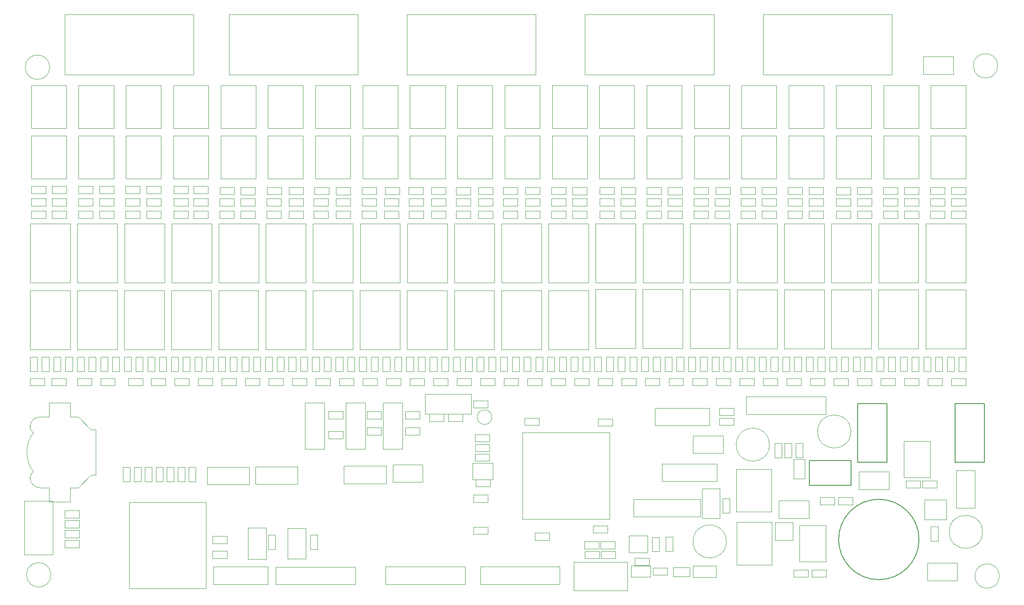
<source format=gbr>
G04 #@! TF.GenerationSoftware,KiCad,Pcbnew,(5.0.1)-4*
G04 #@! TF.CreationDate,2018-12-21T08:19:54-07:00*
G04 #@! TF.ProjectId,SprinklerControllerSTM,537072696E6B6C6572436F6E74726F6C,rev?*
G04 #@! TF.SameCoordinates,Original*
G04 #@! TF.FileFunction,Other,User*
%FSLAX46Y46*%
G04 Gerber Fmt 4.6, Leading zero omitted, Abs format (unit mm)*
G04 Created by KiCad (PCBNEW (5.0.1)-4) date 12/21/2018 8:19:54 AM*
%MOMM*%
%LPD*%
G01*
G04 APERTURE LIST*
%ADD10C,0.050000*%
%ADD11C,0.150000*%
G04 APERTURE END LIST*
D10*
G04 #@! TO.C,C77*
X144730000Y-132420000D02*
X144730000Y-133880000D01*
X144730000Y-133880000D02*
X141770000Y-133880000D01*
X141770000Y-133880000D02*
X141770000Y-132420000D01*
X141770000Y-132420000D02*
X144730000Y-132420000D01*
G04 #@! TO.C,U2*
X203000000Y-140200000D02*
X203000000Y-131400000D01*
X195800000Y-140200000D02*
X203000000Y-140200000D01*
X195800000Y-131400000D02*
X195800000Y-140200000D01*
X203000000Y-131400000D02*
X195800000Y-131400000D01*
G04 #@! TO.C,Y1*
X145762000Y-122686000D02*
X145762000Y-119286000D01*
X145762000Y-119286000D02*
X141562000Y-119286000D01*
X141562000Y-119286000D02*
X141562000Y-122686000D01*
X141562000Y-122686000D02*
X145762000Y-122686000D01*
G04 #@! TO.C,D47*
X178112000Y-140386000D02*
X174112000Y-140386000D01*
X178112000Y-142686000D02*
X174112000Y-142686000D01*
X178112000Y-140386000D02*
X178112000Y-142686000D01*
X174112000Y-142686000D02*
X174112000Y-140386000D01*
G04 #@! TO.C,SW1*
X131852000Y-105188000D02*
X141352000Y-105188000D01*
X131852000Y-109188000D02*
X131852000Y-105188000D01*
X141352000Y-109188000D02*
X131852000Y-109188000D01*
X141352000Y-105188000D02*
X141352000Y-109188000D01*
G04 #@! TO.C,SW3*
X111220000Y-106960000D02*
X111220000Y-116460000D01*
X107220000Y-106960000D02*
X111220000Y-106960000D01*
X107220000Y-116460000D02*
X107220000Y-106960000D01*
X111220000Y-116460000D02*
X107220000Y-116460000D01*
G04 #@! TO.C,SW2*
X119602000Y-106960000D02*
X119602000Y-116460000D01*
X115602000Y-106960000D02*
X119602000Y-106960000D01*
X115602000Y-116460000D02*
X115602000Y-106960000D01*
X119602000Y-116460000D02*
X115602000Y-116460000D01*
G04 #@! TO.C,SW4*
X127222000Y-116460000D02*
X123222000Y-116460000D01*
X123222000Y-116460000D02*
X123222000Y-106960000D01*
X123222000Y-106960000D02*
X127222000Y-106960000D01*
X127222000Y-106960000D02*
X127222000Y-116460000D01*
G04 #@! TO.C,D46*
X207412000Y-118536000D02*
X209712000Y-118536000D01*
X209712000Y-122536000D02*
X207412000Y-122536000D01*
X207412000Y-122536000D02*
X207412000Y-118536000D01*
X209712000Y-122536000D02*
X209712000Y-118536000D01*
G04 #@! TO.C,J14*
X203650000Y-131500000D02*
X203650000Y-135100000D01*
X203650000Y-135100000D02*
X207250000Y-135100000D01*
X207250000Y-135100000D02*
X207250000Y-131500000D01*
X207250000Y-131500000D02*
X203650000Y-131500000D01*
G04 #@! TO.C,J12*
X101200000Y-144200000D02*
X117500000Y-144200000D01*
X117500000Y-144200000D02*
X117500000Y-140600000D01*
X117500000Y-140600000D02*
X101200000Y-140600000D01*
X101200000Y-140600000D02*
X101200000Y-144200000D01*
G04 #@! TO.C,J11*
X88400000Y-144186000D02*
X99600000Y-144186000D01*
X99600000Y-144186000D02*
X99600000Y-140586000D01*
X99600000Y-140586000D02*
X88400000Y-140586000D01*
X88400000Y-140586000D02*
X88400000Y-144186000D01*
G04 #@! TO.C,J21*
X180470000Y-123050000D02*
X191670000Y-123050000D01*
X191670000Y-123050000D02*
X191670000Y-119450000D01*
X191670000Y-119450000D02*
X180470000Y-119450000D01*
X180470000Y-119450000D02*
X180470000Y-123050000D01*
G04 #@! TO.C,R181*
X82560330Y-123146000D02*
X81100330Y-123146000D01*
X81100330Y-123146000D02*
X81100330Y-120186000D01*
X81100330Y-120186000D02*
X82560330Y-120186000D01*
X82560330Y-120186000D02*
X82560330Y-123146000D01*
G04 #@! TO.C,R180*
X80316664Y-120186000D02*
X80316664Y-123146000D01*
X78856664Y-120186000D02*
X80316664Y-120186000D01*
X78856664Y-123146000D02*
X78856664Y-120186000D01*
X80316664Y-123146000D02*
X78856664Y-123146000D01*
G04 #@! TO.C,R179*
X78072998Y-123146000D02*
X76612998Y-123146000D01*
X76612998Y-123146000D02*
X76612998Y-120186000D01*
X76612998Y-120186000D02*
X78072998Y-120186000D01*
X78072998Y-120186000D02*
X78072998Y-123146000D01*
G04 #@! TO.C,R178*
X75829332Y-120186000D02*
X75829332Y-123146000D01*
X74369332Y-120186000D02*
X75829332Y-120186000D01*
X74369332Y-123146000D02*
X74369332Y-120186000D01*
X75829332Y-123146000D02*
X74369332Y-123146000D01*
G04 #@! TO.C,R177*
X73585666Y-123146000D02*
X72125666Y-123146000D01*
X72125666Y-123146000D02*
X72125666Y-120186000D01*
X72125666Y-120186000D02*
X73585666Y-120186000D01*
X73585666Y-120186000D02*
X73585666Y-123146000D01*
G04 #@! TO.C,R176*
X71342000Y-120186000D02*
X71342000Y-123146000D01*
X69882000Y-120186000D02*
X71342000Y-120186000D01*
X69882000Y-123146000D02*
X69882000Y-120186000D01*
X71342000Y-123146000D02*
X69882000Y-123146000D01*
G04 #@! TO.C,R182*
X84804000Y-123146000D02*
X83344000Y-123146000D01*
X83344000Y-123146000D02*
X83344000Y-120186000D01*
X83344000Y-120186000D02*
X84804000Y-120186000D01*
X84804000Y-120186000D02*
X84804000Y-123146000D01*
G04 #@! TO.C,C76*
X57956000Y-135160000D02*
X60916000Y-135160000D01*
X57956000Y-136620000D02*
X57956000Y-135160000D01*
X60916000Y-136620000D02*
X57956000Y-136620000D01*
X60916000Y-135160000D02*
X60916000Y-136620000D01*
G04 #@! TO.C,C75*
X60916000Y-129064000D02*
X60916000Y-130524000D01*
X60916000Y-130524000D02*
X57956000Y-130524000D01*
X57956000Y-130524000D02*
X57956000Y-129064000D01*
X57956000Y-129064000D02*
X60916000Y-129064000D01*
G04 #@! TO.C,R175*
X57956000Y-131096000D02*
X60916000Y-131096000D01*
X57956000Y-132556000D02*
X57956000Y-131096000D01*
X60916000Y-132556000D02*
X57956000Y-132556000D01*
X60916000Y-131096000D02*
X60916000Y-132556000D01*
G04 #@! TO.C,R174*
X60916000Y-133128000D02*
X60916000Y-134588000D01*
X60916000Y-134588000D02*
X57956000Y-134588000D01*
X57956000Y-134588000D02*
X57956000Y-133128000D01*
X57956000Y-133128000D02*
X60916000Y-133128000D01*
G04 #@! TO.C,J30*
X49662000Y-138088000D02*
X55462000Y-138088000D01*
X55462000Y-138088000D02*
X55462000Y-127088000D01*
X55462000Y-127088000D02*
X49662000Y-127088000D01*
X49662000Y-127088000D02*
X49662000Y-138088000D01*
G04 #@! TO.C,J29*
X71174000Y-145024000D02*
X71174000Y-127324000D01*
X86874000Y-145024000D02*
X71174000Y-145024000D01*
X86874000Y-127324000D02*
X86874000Y-145024000D01*
X71174000Y-127324000D02*
X86874000Y-127324000D01*
D11*
G04 #@! TO.C,F2*
X240562000Y-119136000D02*
X240562000Y-107136000D01*
X246562000Y-119136000D02*
X240562000Y-119136000D01*
X246562000Y-107136000D02*
X246562000Y-119136000D01*
X240562000Y-107136000D02*
X246562000Y-107136000D01*
X226562000Y-107136000D02*
X220562000Y-107136000D01*
X226562000Y-119136000D02*
X226562000Y-107136000D01*
X220562000Y-119136000D02*
X226562000Y-119136000D01*
X220562000Y-107136000D02*
X220562000Y-119136000D01*
D10*
G04 #@! TO.C,H4*
X54824000Y-38100000D02*
G75*
G03X54824000Y-38100000I-2500000J0D01*
G01*
G04 #@! TO.C,U4*
X50802000Y-83896000D02*
X50802000Y-95996000D01*
X59002000Y-83896000D02*
X50802000Y-83896000D01*
X59002000Y-95996000D02*
X59002000Y-83896000D01*
X50802000Y-95996000D02*
X59002000Y-95996000D01*
G04 #@! TO.C,U27*
X99178840Y-82316000D02*
X107378840Y-82316000D01*
X107378840Y-82316000D02*
X107378840Y-70216000D01*
X107378840Y-70216000D02*
X99178840Y-70216000D01*
X99178840Y-70216000D02*
X99178840Y-82316000D01*
G04 #@! TO.C,U25*
X118484629Y-83896000D02*
X118484629Y-95996000D01*
X126684629Y-83896000D02*
X118484629Y-83896000D01*
X126684629Y-95996000D02*
X126684629Y-83896000D01*
X118484629Y-95996000D02*
X126684629Y-95996000D01*
G04 #@! TO.C,U24*
X108815682Y-95996000D02*
X117015682Y-95996000D01*
X117015682Y-95996000D02*
X117015682Y-83896000D01*
X117015682Y-83896000D02*
X108815682Y-83896000D01*
X108815682Y-83896000D02*
X108815682Y-95996000D01*
G04 #@! TO.C,U23*
X99146735Y-83896000D02*
X99146735Y-95996000D01*
X107346735Y-83896000D02*
X99146735Y-83896000D01*
X107346735Y-95996000D02*
X107346735Y-83896000D01*
X99146735Y-95996000D02*
X107346735Y-95996000D01*
G04 #@! TO.C,U22*
X89477788Y-95996000D02*
X97677788Y-95996000D01*
X97677788Y-95996000D02*
X97677788Y-83896000D01*
X97677788Y-83896000D02*
X89477788Y-83896000D01*
X89477788Y-83896000D02*
X89477788Y-95996000D01*
G04 #@! TO.C,U20*
X234582000Y-70216000D02*
X234582000Y-82316000D01*
X242782000Y-70216000D02*
X234582000Y-70216000D01*
X242782000Y-82316000D02*
X242782000Y-70216000D01*
X234582000Y-82316000D02*
X242782000Y-82316000D01*
G04 #@! TO.C,U19*
X224854624Y-82316000D02*
X233054624Y-82316000D01*
X233054624Y-82316000D02*
X233054624Y-70216000D01*
X233054624Y-70216000D02*
X224854624Y-70216000D01*
X224854624Y-70216000D02*
X224854624Y-82316000D01*
G04 #@! TO.C,U18*
X215187256Y-70216000D02*
X215187256Y-82316000D01*
X223387256Y-70216000D02*
X215187256Y-70216000D01*
X223387256Y-82316000D02*
X223387256Y-70216000D01*
X215187256Y-82316000D02*
X223387256Y-82316000D01*
G04 #@! TO.C,U5*
X60470947Y-95996000D02*
X68670947Y-95996000D01*
X68670947Y-95996000D02*
X68670947Y-83896000D01*
X68670947Y-83896000D02*
X60470947Y-83896000D01*
X60470947Y-83896000D02*
X60470947Y-95996000D01*
G04 #@! TO.C,U17*
X205519888Y-70216000D02*
X205519888Y-82316000D01*
X213719888Y-70216000D02*
X205519888Y-70216000D01*
X213719888Y-82316000D02*
X213719888Y-70216000D01*
X205519888Y-82316000D02*
X213719888Y-82316000D01*
G04 #@! TO.C,U16*
X234582000Y-95876000D02*
X242782000Y-95876000D01*
X242782000Y-95876000D02*
X242782000Y-83776000D01*
X242782000Y-83776000D02*
X234582000Y-83776000D01*
X234582000Y-83776000D02*
X234582000Y-95876000D01*
G04 #@! TO.C,U15*
X224843046Y-83776000D02*
X224843046Y-95876000D01*
X233043046Y-83776000D02*
X224843046Y-83776000D01*
X233043046Y-95876000D02*
X233043046Y-83776000D01*
X224843046Y-95876000D02*
X233043046Y-95876000D01*
G04 #@! TO.C,U14*
X215174099Y-95876000D02*
X223374099Y-95876000D01*
X223374099Y-95876000D02*
X223374099Y-83776000D01*
X223374099Y-83776000D02*
X215174099Y-83776000D01*
X215174099Y-83776000D02*
X215174099Y-95876000D01*
G04 #@! TO.C,U13*
X205505152Y-83776000D02*
X205505152Y-95876000D01*
X213705152Y-83776000D02*
X205505152Y-83776000D01*
X213705152Y-95876000D02*
X213705152Y-83776000D01*
X205505152Y-95876000D02*
X213705152Y-95876000D01*
G04 #@! TO.C,U11*
X79844104Y-82316000D02*
X88044104Y-82316000D01*
X88044104Y-82316000D02*
X88044104Y-70216000D01*
X88044104Y-70216000D02*
X79844104Y-70216000D01*
X79844104Y-70216000D02*
X79844104Y-82316000D01*
G04 #@! TO.C,U10*
X70176736Y-70216000D02*
X70176736Y-82316000D01*
X78376736Y-70216000D02*
X70176736Y-70216000D01*
X78376736Y-82316000D02*
X78376736Y-70216000D01*
X70176736Y-82316000D02*
X78376736Y-82316000D01*
G04 #@! TO.C,U9*
X60509368Y-82316000D02*
X68709368Y-82316000D01*
X68709368Y-82316000D02*
X68709368Y-70216000D01*
X68709368Y-70216000D02*
X60509368Y-70216000D01*
X60509368Y-70216000D02*
X60509368Y-82316000D01*
G04 #@! TO.C,U8*
X50812000Y-70216000D02*
X50812000Y-82316000D01*
X59012000Y-70216000D02*
X50812000Y-70216000D01*
X59012000Y-82316000D02*
X59012000Y-70216000D01*
X50812000Y-82316000D02*
X59012000Y-82316000D01*
G04 #@! TO.C,U6*
X70139894Y-95996000D02*
X78339894Y-95996000D01*
X78339894Y-95996000D02*
X78339894Y-83896000D01*
X78339894Y-83896000D02*
X70139894Y-83896000D01*
X70139894Y-83896000D02*
X70139894Y-95996000D01*
G04 #@! TO.C,U26*
X89511472Y-70216000D02*
X89511472Y-82316000D01*
X97711472Y-70216000D02*
X89511472Y-70216000D01*
X97711472Y-82316000D02*
X97711472Y-70216000D01*
X89511472Y-82316000D02*
X97711472Y-82316000D01*
G04 #@! TO.C,U38*
X195852520Y-82316000D02*
X204052520Y-82316000D01*
X204052520Y-82316000D02*
X204052520Y-70216000D01*
X204052520Y-70216000D02*
X195852520Y-70216000D01*
X195852520Y-70216000D02*
X195852520Y-82316000D01*
G04 #@! TO.C,U47*
X157183048Y-70216000D02*
X157183048Y-82316000D01*
X165383048Y-70216000D02*
X157183048Y-70216000D01*
X165383048Y-82316000D02*
X165383048Y-70216000D01*
X157183048Y-82316000D02*
X165383048Y-82316000D01*
G04 #@! TO.C,U46*
X147515680Y-82316000D02*
X155715680Y-82316000D01*
X155715680Y-82316000D02*
X155715680Y-70216000D01*
X155715680Y-70216000D02*
X147515680Y-70216000D01*
X147515680Y-70216000D02*
X147515680Y-82316000D01*
G04 #@! TO.C,U45*
X137848312Y-70216000D02*
X137848312Y-82316000D01*
X146048312Y-70216000D02*
X137848312Y-70216000D01*
X146048312Y-82316000D02*
X146048312Y-70216000D01*
X137848312Y-82316000D02*
X146048312Y-82316000D01*
G04 #@! TO.C,U44*
X128180944Y-82316000D02*
X136380944Y-82316000D01*
X136380944Y-82316000D02*
X136380944Y-70216000D01*
X136380944Y-70216000D02*
X128180944Y-70216000D01*
X128180944Y-70216000D02*
X128180944Y-82316000D01*
G04 #@! TO.C,U43*
X157160417Y-83896000D02*
X157160417Y-95996000D01*
X165360417Y-83896000D02*
X157160417Y-83896000D01*
X165360417Y-95996000D02*
X165360417Y-83896000D01*
X157160417Y-95996000D02*
X165360417Y-95996000D01*
G04 #@! TO.C,U42*
X147491470Y-95996000D02*
X155691470Y-95996000D01*
X155691470Y-95996000D02*
X155691470Y-83896000D01*
X155691470Y-83896000D02*
X147491470Y-83896000D01*
X147491470Y-83896000D02*
X147491470Y-95996000D01*
G04 #@! TO.C,U41*
X137822523Y-83896000D02*
X137822523Y-95996000D01*
X146022523Y-83896000D02*
X137822523Y-83896000D01*
X146022523Y-95996000D02*
X146022523Y-83896000D01*
X137822523Y-95996000D02*
X146022523Y-95996000D01*
G04 #@! TO.C,U40*
X128153576Y-95996000D02*
X136353576Y-95996000D01*
X136353576Y-95996000D02*
X136353576Y-83896000D01*
X136353576Y-83896000D02*
X128153576Y-83896000D01*
X128153576Y-83896000D02*
X128153576Y-95996000D01*
G04 #@! TO.C,U37*
X186185152Y-70216000D02*
X186185152Y-82316000D01*
X194385152Y-70216000D02*
X186185152Y-70216000D01*
X194385152Y-82316000D02*
X194385152Y-70216000D01*
X186185152Y-82316000D02*
X194385152Y-82316000D01*
G04 #@! TO.C,U36*
X176517784Y-82316000D02*
X184717784Y-82316000D01*
X184717784Y-82316000D02*
X184717784Y-70216000D01*
X184717784Y-70216000D02*
X176517784Y-70216000D01*
X176517784Y-70216000D02*
X176517784Y-82316000D01*
G04 #@! TO.C,U35*
X166850416Y-70216000D02*
X166850416Y-82316000D01*
X175050416Y-70216000D02*
X166850416Y-70216000D01*
X175050416Y-82316000D02*
X175050416Y-70216000D01*
X166850416Y-82316000D02*
X175050416Y-82316000D01*
G04 #@! TO.C,U34*
X195836205Y-95876000D02*
X204036205Y-95876000D01*
X204036205Y-95876000D02*
X204036205Y-83776000D01*
X204036205Y-83776000D02*
X195836205Y-83776000D01*
X195836205Y-83776000D02*
X195836205Y-95876000D01*
G04 #@! TO.C,U33*
X186167258Y-83646000D02*
X186167258Y-95746000D01*
X194367258Y-83646000D02*
X186167258Y-83646000D01*
X194367258Y-95746000D02*
X194367258Y-83646000D01*
X186167258Y-95746000D02*
X194367258Y-95746000D01*
G04 #@! TO.C,U32*
X176498311Y-95746000D02*
X184698311Y-95746000D01*
X184698311Y-95746000D02*
X184698311Y-83646000D01*
X184698311Y-83646000D02*
X176498311Y-83646000D01*
X176498311Y-83646000D02*
X176498311Y-95746000D01*
G04 #@! TO.C,U31*
X166829364Y-83646000D02*
X166829364Y-95746000D01*
X175029364Y-83646000D02*
X166829364Y-83646000D01*
X175029364Y-95746000D02*
X175029364Y-83646000D01*
X166829364Y-95746000D02*
X175029364Y-95746000D01*
G04 #@! TO.C,U29*
X118513576Y-82316000D02*
X126713576Y-82316000D01*
X126713576Y-82316000D02*
X126713576Y-70216000D01*
X126713576Y-70216000D02*
X118513576Y-70216000D01*
X118513576Y-70216000D02*
X118513576Y-82316000D01*
G04 #@! TO.C,U7*
X79808841Y-83896000D02*
X79808841Y-95996000D01*
X88008841Y-83896000D02*
X79808841Y-83896000D01*
X88008841Y-95996000D02*
X88008841Y-83896000D01*
X79808841Y-95996000D02*
X88008841Y-95996000D01*
G04 #@! TO.C,U28*
X108846208Y-82316000D02*
X117046208Y-82316000D01*
X117046208Y-82316000D02*
X117046208Y-70216000D01*
X117046208Y-70216000D02*
X108846208Y-70216000D01*
X108846208Y-70216000D02*
X108846208Y-82316000D01*
G04 #@! TO.C,J28*
X87100000Y-123720000D02*
X95750000Y-123720000D01*
X95750000Y-123720000D02*
X95750000Y-120120000D01*
X95750000Y-120120000D02*
X87100000Y-120120000D01*
X87100000Y-120120000D02*
X87100000Y-123720000D01*
G04 #@! TO.C,BT1*
X51476982Y-113069482D02*
G75*
G03X50146000Y-117094000I5419018J-4024518D01*
G01*
X51463142Y-121118710D02*
G75*
G02X51246000Y-121314000I-3717142J3914710D01*
G01*
X51475040Y-113069612D02*
G75*
G03X51246000Y-112874000I-3729040J-4134388D01*
G01*
X51476982Y-121118518D02*
G75*
G02X50146000Y-117094000I5419018J4024518D01*
G01*
X52846000Y-124344000D02*
G75*
G02X50796000Y-122394000I-50000J2000000D01*
G01*
X50813565Y-122607125D02*
G75*
G02X51246000Y-121314000I1482435J223125D01*
G01*
X50813565Y-111580875D02*
G75*
G03X51246000Y-112874000I1482435J-223125D01*
G01*
X52846000Y-109844000D02*
G75*
G03X50796000Y-111794000I-50000J-2000000D01*
G01*
X54746000Y-109844000D02*
X52796000Y-109844000D01*
X54746000Y-124344000D02*
X52796000Y-124344000D01*
X59046000Y-124344000D02*
X60696000Y-124344000D01*
X60696000Y-124344000D02*
X63296000Y-121744000D01*
X63296000Y-121744000D02*
X64246000Y-121744000D01*
X64246000Y-112444000D02*
X64246000Y-121744000D01*
X63296000Y-112444000D02*
X64246000Y-112444000D01*
X60696000Y-109844000D02*
X63296000Y-112444000D01*
X59046000Y-109844000D02*
X60696000Y-109844000D01*
X59046000Y-109844000D02*
X59046000Y-106944000D01*
X59046000Y-106944000D02*
X54746000Y-106944000D01*
X54746000Y-106944000D02*
X54746000Y-109844000D01*
X59046000Y-124344000D02*
X59046000Y-127244000D01*
X59046000Y-127244000D02*
X54746000Y-127244000D01*
X54746000Y-127244000D02*
X54746000Y-124344000D01*
G04 #@! TO.C,J27*
X97062000Y-123661000D02*
X105712000Y-123661000D01*
X105712000Y-123661000D02*
X105712000Y-120061000D01*
X105712000Y-120061000D02*
X97062000Y-120061000D01*
X97062000Y-120061000D02*
X97062000Y-123661000D01*
G04 #@! TO.C,C72*
X119932000Y-113506000D02*
X119932000Y-112046000D01*
X119932000Y-112046000D02*
X122892000Y-112046000D01*
X122892000Y-112046000D02*
X122892000Y-113506000D01*
X122892000Y-113506000D02*
X119932000Y-113506000D01*
G04 #@! TO.C,C73*
X115018000Y-114268000D02*
X112058000Y-114268000D01*
X115018000Y-112808000D02*
X115018000Y-114268000D01*
X112058000Y-112808000D02*
X115018000Y-112808000D01*
X112058000Y-114268000D02*
X112058000Y-112808000D01*
G04 #@! TO.C,C74*
X127806000Y-113506000D02*
X127806000Y-112046000D01*
X127806000Y-112046000D02*
X130766000Y-112046000D01*
X130766000Y-112046000D02*
X130766000Y-113506000D01*
X130766000Y-113506000D02*
X127806000Y-113506000D01*
G04 #@! TO.C,R173*
X130766000Y-108744000D02*
X130766000Y-110204000D01*
X130766000Y-110204000D02*
X127806000Y-110204000D01*
X127806000Y-110204000D02*
X127806000Y-108744000D01*
X127806000Y-108744000D02*
X130766000Y-108744000D01*
G04 #@! TO.C,R172*
X112058000Y-108744000D02*
X115018000Y-108744000D01*
X112058000Y-110204000D02*
X112058000Y-108744000D01*
X115018000Y-110204000D02*
X112058000Y-110204000D01*
X115018000Y-108744000D02*
X115018000Y-110204000D01*
G04 #@! TO.C,R171*
X122892000Y-108744000D02*
X122892000Y-110204000D01*
X122892000Y-110204000D02*
X119932000Y-110204000D01*
X119932000Y-110204000D02*
X119932000Y-108744000D01*
X119932000Y-108744000D02*
X122892000Y-108744000D01*
G04 #@! TO.C,J26*
X125200000Y-123212000D02*
X131350000Y-123212000D01*
X131350000Y-123212000D02*
X131350000Y-119612000D01*
X131350000Y-119612000D02*
X125200000Y-119612000D01*
X125200000Y-119612000D02*
X125200000Y-123212000D01*
G04 #@! TO.C,J13*
X174600000Y-130350000D02*
X188350000Y-130350000D01*
X188350000Y-130350000D02*
X188350000Y-126750000D01*
X188350000Y-126750000D02*
X174600000Y-126750000D01*
X174600000Y-126750000D02*
X174600000Y-130350000D01*
G04 #@! TO.C,J25*
X214037000Y-105711000D02*
X197737000Y-105711000D01*
X197737000Y-105711000D02*
X197737000Y-109311000D01*
X197737000Y-109311000D02*
X214037000Y-109311000D01*
X214037000Y-109311000D02*
X214037000Y-105711000D01*
G04 #@! TO.C,D65*
X157696993Y-101946000D02*
X160656993Y-101946000D01*
X157696993Y-103406000D02*
X157696993Y-101946000D01*
X160656993Y-103406000D02*
X157696993Y-103406000D01*
X160656993Y-101946000D02*
X160656993Y-103406000D01*
G04 #@! TO.C,D64*
X150999935Y-101946000D02*
X150999935Y-103406000D01*
X150999935Y-103406000D02*
X148039935Y-103406000D01*
X148039935Y-103406000D02*
X148039935Y-101946000D01*
X148039935Y-101946000D02*
X150999935Y-101946000D01*
G04 #@! TO.C,D63*
X138382877Y-101946000D02*
X141342877Y-101946000D01*
X138382877Y-103406000D02*
X138382877Y-101946000D01*
X141342877Y-103406000D02*
X138382877Y-103406000D01*
X141342877Y-101946000D02*
X141342877Y-103406000D01*
G04 #@! TO.C,D62*
X131685819Y-101946000D02*
X131685819Y-103406000D01*
X131685819Y-103406000D02*
X128725819Y-103406000D01*
X128725819Y-103406000D02*
X128725819Y-101946000D01*
X128725819Y-101946000D02*
X131685819Y-101946000D01*
G04 #@! TO.C,D61*
X126857290Y-103406000D02*
X123897290Y-103406000D01*
X126857290Y-101946000D02*
X126857290Y-103406000D01*
X123897290Y-101946000D02*
X126857290Y-101946000D01*
X123897290Y-103406000D02*
X123897290Y-101946000D01*
G04 #@! TO.C,D60*
X114240232Y-103406000D02*
X114240232Y-101946000D01*
X114240232Y-101946000D02*
X117200232Y-101946000D01*
X117200232Y-101946000D02*
X117200232Y-103406000D01*
X117200232Y-103406000D02*
X114240232Y-103406000D01*
G04 #@! TO.C,D59*
X107543174Y-103406000D02*
X104583174Y-103406000D01*
X107543174Y-101946000D02*
X107543174Y-103406000D01*
X104583174Y-101946000D02*
X107543174Y-101946000D01*
X104583174Y-103406000D02*
X104583174Y-101946000D01*
G04 #@! TO.C,D58*
X97886116Y-101946000D02*
X97886116Y-103406000D01*
X97886116Y-103406000D02*
X94926116Y-103406000D01*
X94926116Y-103406000D02*
X94926116Y-101946000D01*
X94926116Y-101946000D02*
X97886116Y-101946000D01*
G04 #@! TO.C,D57*
X119068761Y-101946000D02*
X122028761Y-101946000D01*
X119068761Y-103406000D02*
X119068761Y-101946000D01*
X122028761Y-103406000D02*
X119068761Y-103406000D01*
X122028761Y-101946000D02*
X122028761Y-103406000D01*
G04 #@! TO.C,D56*
X112371703Y-101946000D02*
X112371703Y-103406000D01*
X112371703Y-103406000D02*
X109411703Y-103406000D01*
X109411703Y-103406000D02*
X109411703Y-101946000D01*
X109411703Y-101946000D02*
X112371703Y-101946000D01*
G04 #@! TO.C,D54*
X90097587Y-101946000D02*
X93057587Y-101946000D01*
X90097587Y-103406000D02*
X90097587Y-101946000D01*
X93057587Y-103406000D02*
X90097587Y-103406000D01*
X93057587Y-101946000D02*
X93057587Y-103406000D01*
G04 #@! TO.C,D53*
X85269058Y-103406000D02*
X85269058Y-101946000D01*
X85269058Y-101946000D02*
X88229058Y-101946000D01*
X88229058Y-101946000D02*
X88229058Y-103406000D01*
X88229058Y-103406000D02*
X85269058Y-103406000D01*
G04 #@! TO.C,D52*
X78572000Y-103406000D02*
X75612000Y-103406000D01*
X78572000Y-101946000D02*
X78572000Y-103406000D01*
X75612000Y-101946000D02*
X78572000Y-101946000D01*
X75612000Y-103406000D02*
X75612000Y-101946000D01*
G04 #@! TO.C,D51*
X65252000Y-103406000D02*
X65252000Y-101946000D01*
X65252000Y-101946000D02*
X68212000Y-101946000D01*
X68212000Y-101946000D02*
X68212000Y-103406000D01*
X68212000Y-103406000D02*
X65252000Y-103406000D01*
G04 #@! TO.C,D50*
X58172000Y-103406000D02*
X55212000Y-103406000D01*
X58172000Y-101946000D02*
X58172000Y-103406000D01*
X55212000Y-101946000D02*
X58172000Y-101946000D01*
X55212000Y-103406000D02*
X55212000Y-101946000D01*
G04 #@! TO.C,D49*
X83400529Y-101946000D02*
X83400529Y-103406000D01*
X83400529Y-103406000D02*
X80440529Y-103406000D01*
X80440529Y-103406000D02*
X80440529Y-101946000D01*
X80440529Y-101946000D02*
X83400529Y-101946000D01*
G04 #@! TO.C,D48*
X71002000Y-101946000D02*
X73962000Y-101946000D01*
X71002000Y-103406000D02*
X71002000Y-101946000D01*
X73962000Y-103406000D02*
X71002000Y-103406000D01*
X73962000Y-101946000D02*
X73962000Y-103406000D01*
G04 #@! TO.C,D9*
X53762000Y-101946000D02*
X53762000Y-103406000D01*
X53762000Y-103406000D02*
X50802000Y-103406000D01*
X50802000Y-103406000D02*
X50802000Y-101946000D01*
X50802000Y-101946000D02*
X53762000Y-101946000D01*
G04 #@! TO.C,D67*
X146171406Y-103406000D02*
X143211406Y-103406000D01*
X146171406Y-101946000D02*
X146171406Y-103406000D01*
X143211406Y-101946000D02*
X146171406Y-101946000D01*
X143211406Y-103406000D02*
X143211406Y-101946000D01*
G04 #@! TO.C,D55*
X102714645Y-101946000D02*
X102714645Y-103406000D01*
X102714645Y-103406000D02*
X99754645Y-103406000D01*
X99754645Y-103406000D02*
X99754645Y-101946000D01*
X99754645Y-101946000D02*
X102714645Y-101946000D01*
G04 #@! TO.C,D85*
X242742000Y-103406000D02*
X239782000Y-103406000D01*
X242742000Y-101946000D02*
X242742000Y-103406000D01*
X239782000Y-101946000D02*
X242742000Y-101946000D01*
X239782000Y-103406000D02*
X239782000Y-101946000D01*
G04 #@! TO.C,D84*
X230124928Y-103406000D02*
X230124928Y-101946000D01*
X230124928Y-101946000D02*
X233084928Y-101946000D01*
X233084928Y-101946000D02*
X233084928Y-103406000D01*
X233084928Y-103406000D02*
X230124928Y-103406000D01*
G04 #@! TO.C,D83*
X223427870Y-103406000D02*
X220467870Y-103406000D01*
X223427870Y-101946000D02*
X223427870Y-103406000D01*
X220467870Y-101946000D02*
X223427870Y-101946000D01*
X220467870Y-103406000D02*
X220467870Y-101946000D01*
G04 #@! TO.C,D82*
X210810812Y-103406000D02*
X210810812Y-101946000D01*
X210810812Y-101946000D02*
X213770812Y-101946000D01*
X213770812Y-101946000D02*
X213770812Y-103406000D01*
X213770812Y-103406000D02*
X210810812Y-103406000D01*
G04 #@! TO.C,D81*
X234953457Y-101946000D02*
X237913457Y-101946000D01*
X234953457Y-103406000D02*
X234953457Y-101946000D01*
X237913457Y-103406000D02*
X234953457Y-103406000D01*
X237913457Y-101946000D02*
X237913457Y-103406000D01*
G04 #@! TO.C,D80*
X228256399Y-101946000D02*
X228256399Y-103406000D01*
X228256399Y-103406000D02*
X225296399Y-103406000D01*
X225296399Y-103406000D02*
X225296399Y-101946000D01*
X225296399Y-101946000D02*
X228256399Y-101946000D01*
G04 #@! TO.C,D79*
X215639341Y-101946000D02*
X218599341Y-101946000D01*
X215639341Y-103406000D02*
X215639341Y-101946000D01*
X218599341Y-103406000D02*
X215639341Y-103406000D01*
X218599341Y-101946000D02*
X218599341Y-103406000D01*
G04 #@! TO.C,D78*
X208942283Y-101946000D02*
X208942283Y-103406000D01*
X208942283Y-103406000D02*
X205982283Y-103406000D01*
X205982283Y-103406000D02*
X205982283Y-101946000D01*
X205982283Y-101946000D02*
X208942283Y-101946000D01*
G04 #@! TO.C,D77*
X204113754Y-103406000D02*
X201153754Y-103406000D01*
X204113754Y-101946000D02*
X204113754Y-103406000D01*
X201153754Y-101946000D02*
X204113754Y-101946000D01*
X201153754Y-103406000D02*
X201153754Y-101946000D01*
G04 #@! TO.C,D76*
X191496696Y-103406000D02*
X191496696Y-101946000D01*
X191496696Y-101946000D02*
X194456696Y-101946000D01*
X194456696Y-101946000D02*
X194456696Y-103406000D01*
X194456696Y-103406000D02*
X191496696Y-103406000D01*
G04 #@! TO.C,D74*
X175142580Y-103406000D02*
X172182580Y-103406000D01*
X175142580Y-101946000D02*
X175142580Y-103406000D01*
X172182580Y-101946000D02*
X175142580Y-101946000D01*
X172182580Y-103406000D02*
X172182580Y-101946000D01*
G04 #@! TO.C,D73*
X199285225Y-101946000D02*
X199285225Y-103406000D01*
X199285225Y-103406000D02*
X196325225Y-103406000D01*
X196325225Y-103406000D02*
X196325225Y-101946000D01*
X196325225Y-101946000D02*
X199285225Y-101946000D01*
G04 #@! TO.C,D72*
X186668167Y-101946000D02*
X189628167Y-101946000D01*
X186668167Y-103406000D02*
X186668167Y-101946000D01*
X189628167Y-103406000D02*
X186668167Y-103406000D01*
X189628167Y-101946000D02*
X189628167Y-103406000D01*
G04 #@! TO.C,D71*
X179971109Y-101946000D02*
X179971109Y-103406000D01*
X179971109Y-103406000D02*
X177011109Y-103406000D01*
X177011109Y-103406000D02*
X177011109Y-101946000D01*
X177011109Y-101946000D02*
X179971109Y-101946000D01*
G04 #@! TO.C,D70*
X167354051Y-101946000D02*
X170314051Y-101946000D01*
X167354051Y-103406000D02*
X167354051Y-101946000D01*
X170314051Y-103406000D02*
X167354051Y-103406000D01*
X170314051Y-101946000D02*
X170314051Y-103406000D01*
G04 #@! TO.C,D69*
X162525522Y-103406000D02*
X162525522Y-101946000D01*
X162525522Y-101946000D02*
X165485522Y-101946000D01*
X165485522Y-101946000D02*
X165485522Y-103406000D01*
X165485522Y-103406000D02*
X162525522Y-103406000D01*
G04 #@! TO.C,D10*
X60432000Y-101946000D02*
X63392000Y-101946000D01*
X60432000Y-103406000D02*
X60432000Y-101946000D01*
X63392000Y-103406000D02*
X60432000Y-103406000D01*
X63392000Y-101946000D02*
X63392000Y-103406000D01*
G04 #@! TO.C,D68*
X152868464Y-103406000D02*
X152868464Y-101946000D01*
X152868464Y-101946000D02*
X155828464Y-101946000D01*
X155828464Y-101946000D02*
X155828464Y-103406000D01*
X155828464Y-103406000D02*
X152868464Y-103406000D01*
G04 #@! TO.C,D66*
X136514348Y-103406000D02*
X133554348Y-103406000D01*
X136514348Y-101946000D02*
X136514348Y-103406000D01*
X133554348Y-101946000D02*
X136514348Y-101946000D01*
X133554348Y-103406000D02*
X133554348Y-101946000D01*
G04 #@! TO.C,D75*
X181839638Y-103406000D02*
X181839638Y-101946000D01*
X181839638Y-101946000D02*
X184799638Y-101946000D01*
X184799638Y-101946000D02*
X184799638Y-103406000D01*
X184799638Y-103406000D02*
X181839638Y-103406000D01*
G04 #@! TO.C,R170*
X192187001Y-110071001D02*
X195147001Y-110071001D01*
X192187001Y-111531001D02*
X192187001Y-110071001D01*
X195147001Y-111531001D02*
X192187001Y-111531001D01*
X195147001Y-110071001D02*
X195147001Y-111531001D01*
G04 #@! TO.C,R169*
X195192000Y-108031000D02*
X195192000Y-109491000D01*
X195192000Y-109491000D02*
X192232000Y-109491000D01*
X192232000Y-109491000D02*
X192232000Y-108031000D01*
X192232000Y-108031000D02*
X195192000Y-108031000D01*
G04 #@! TO.C,J23*
X179012000Y-111636000D02*
X190212000Y-111636000D01*
X190212000Y-111636000D02*
X190212000Y-108036000D01*
X190212000Y-108036000D02*
X179012000Y-108036000D01*
X179012000Y-108036000D02*
X179012000Y-111636000D01*
G04 #@! TO.C,C58*
X141782000Y-106481000D02*
X144742000Y-106481000D01*
X141782000Y-107941000D02*
X141782000Y-106481000D01*
X144742000Y-107941000D02*
X141782000Y-107941000D01*
X144742000Y-106481000D02*
X144742000Y-107941000D01*
G04 #@! TO.C,C6*
X145067000Y-113481000D02*
X145067000Y-114941000D01*
X145067000Y-114941000D02*
X142107000Y-114941000D01*
X142107000Y-114941000D02*
X142107000Y-113481000D01*
X142107000Y-113481000D02*
X145067000Y-113481000D01*
G04 #@! TO.C,Y2*
X145537000Y-109886000D02*
G75*
G03X145537000Y-109886000I-1500000J0D01*
G01*
G04 #@! TO.C,J9*
X115200000Y-123500000D02*
X123850000Y-123500000D01*
X123850000Y-123500000D02*
X123850000Y-119900000D01*
X123850000Y-119900000D02*
X115200000Y-119900000D01*
X115200000Y-119900000D02*
X115200000Y-123500000D01*
G04 #@! TO.C,J22*
X123717000Y-144186000D02*
X140017000Y-144186000D01*
X140017000Y-144186000D02*
X140017000Y-140586000D01*
X140017000Y-140586000D02*
X123717000Y-140586000D01*
X123717000Y-140586000D02*
X123717000Y-144186000D01*
G04 #@! TO.C,C71*
X135667000Y-109252000D02*
X135667000Y-110712000D01*
X135667000Y-110712000D02*
X132707000Y-110712000D01*
X132707000Y-110712000D02*
X132707000Y-109252000D01*
X132707000Y-109252000D02*
X135667000Y-109252000D01*
G04 #@! TO.C,C70*
X141782000Y-125856000D02*
X144742000Y-125856000D01*
X141782000Y-127316000D02*
X141782000Y-125856000D01*
X144742000Y-127316000D02*
X141782000Y-127316000D01*
X144742000Y-125856000D02*
X144742000Y-127316000D01*
G04 #@! TO.C,C69*
X167332000Y-111716000D02*
X167332000Y-110256000D01*
X167332000Y-110256000D02*
X170292000Y-110256000D01*
X170292000Y-110256000D02*
X170292000Y-111716000D01*
X170292000Y-111716000D02*
X167332000Y-111716000D01*
G04 #@! TO.C,J18*
X186800000Y-113700000D02*
X186800000Y-117300000D01*
X192950000Y-113700000D02*
X186800000Y-113700000D01*
X192950000Y-117300000D02*
X192950000Y-113700000D01*
X186800000Y-117300000D02*
X192950000Y-117300000D01*
G04 #@! TO.C,C51*
X246162000Y-133436000D02*
G75*
G03X246162000Y-133436000I-3400000J0D01*
G01*
G04 #@! TO.C,C68*
X152257000Y-111541000D02*
X152257000Y-110081000D01*
X152257000Y-110081000D02*
X155217000Y-110081000D01*
X155217000Y-110081000D02*
X155217000Y-111541000D01*
X155217000Y-111541000D02*
X152257000Y-111541000D01*
G04 #@! TO.C,C1*
X193612000Y-135386000D02*
G75*
G03X193612000Y-135386000I-3400000J0D01*
G01*
G04 #@! TO.C,J8*
X192262000Y-130686000D02*
X192262000Y-124536000D01*
X192262000Y-124536000D02*
X188662000Y-124536000D01*
X188662000Y-124536000D02*
X188662000Y-130686000D01*
X188662000Y-130686000D02*
X192262000Y-130686000D01*
G04 #@! TO.C,R19*
X72506805Y-100535359D02*
X72506805Y-97575359D01*
X73966805Y-100535359D02*
X72506805Y-100535359D01*
X73966805Y-97575359D02*
X73966805Y-100535359D01*
X72506805Y-97575359D02*
X73966805Y-97575359D01*
G04 #@! TO.C,R168*
X241322000Y-97575359D02*
X242782000Y-97575359D01*
X242782000Y-97575359D02*
X242782000Y-100535359D01*
X242782000Y-100535359D02*
X241322000Y-100535359D01*
X241322000Y-100535359D02*
X241322000Y-97575359D01*
G04 #@! TO.C,R167*
X231675375Y-100535359D02*
X231675375Y-97575359D01*
X233135375Y-100535359D02*
X231675375Y-100535359D01*
X233135375Y-97575359D02*
X233135375Y-100535359D01*
X231675375Y-97575359D02*
X233135375Y-97575359D01*
G04 #@! TO.C,R166*
X222028795Y-97575359D02*
X223488795Y-97575359D01*
X223488795Y-97575359D02*
X223488795Y-100535359D01*
X223488795Y-100535359D02*
X222028795Y-100535359D01*
X222028795Y-100535359D02*
X222028795Y-97575359D01*
G04 #@! TO.C,R165*
X212382215Y-100535359D02*
X212382215Y-97575359D01*
X213842215Y-100535359D02*
X212382215Y-100535359D01*
X213842215Y-97575359D02*
X213842215Y-100535359D01*
X212382215Y-97575359D02*
X213842215Y-97575359D01*
G04 #@! TO.C,R164*
X236498665Y-97575359D02*
X237958665Y-97575359D01*
X237958665Y-97575359D02*
X237958665Y-100535359D01*
X237958665Y-100535359D02*
X236498665Y-100535359D01*
X236498665Y-100535359D02*
X236498665Y-97575359D01*
G04 #@! TO.C,R163*
X226852085Y-100535359D02*
X226852085Y-97575359D01*
X228312085Y-100535359D02*
X226852085Y-100535359D01*
X228312085Y-97575359D02*
X228312085Y-100535359D01*
X226852085Y-97575359D02*
X228312085Y-97575359D01*
G04 #@! TO.C,R35*
X111093125Y-97575359D02*
X112553125Y-97575359D01*
X112553125Y-97575359D02*
X112553125Y-100535359D01*
X112553125Y-100535359D02*
X111093125Y-100535359D01*
X111093125Y-100535359D02*
X111093125Y-97575359D01*
G04 #@! TO.C,R36*
X120739705Y-100535359D02*
X120739705Y-97575359D01*
X122199705Y-100535359D02*
X120739705Y-100535359D01*
X122199705Y-97575359D02*
X122199705Y-100535359D01*
X120739705Y-97575359D02*
X122199705Y-97575359D01*
G04 #@! TO.C,R37*
X96623255Y-97575359D02*
X98083255Y-97575359D01*
X98083255Y-97575359D02*
X98083255Y-100535359D01*
X98083255Y-100535359D02*
X96623255Y-100535359D01*
X96623255Y-100535359D02*
X96623255Y-97575359D01*
G04 #@! TO.C,R38*
X106269835Y-100535359D02*
X106269835Y-97575359D01*
X107729835Y-100535359D02*
X106269835Y-100535359D01*
X107729835Y-97575359D02*
X107729835Y-100535359D01*
X106269835Y-97575359D02*
X107729835Y-97575359D01*
G04 #@! TO.C,R39*
X115916415Y-97575359D02*
X117376415Y-97575359D01*
X117376415Y-97575359D02*
X117376415Y-100535359D01*
X117376415Y-100535359D02*
X115916415Y-100535359D01*
X115916415Y-100535359D02*
X115916415Y-97575359D01*
G04 #@! TO.C,R40*
X125562995Y-100535359D02*
X125562995Y-97575359D01*
X127022995Y-100535359D02*
X125562995Y-100535359D01*
X127022995Y-97575359D02*
X127022995Y-100535359D01*
X125562995Y-97575359D02*
X127022995Y-97575359D01*
G04 #@! TO.C,R41*
X130386285Y-97575359D02*
X131846285Y-97575359D01*
X131846285Y-97575359D02*
X131846285Y-100535359D01*
X131846285Y-100535359D02*
X130386285Y-100535359D01*
X130386285Y-100535359D02*
X130386285Y-97575359D01*
G04 #@! TO.C,R42*
X140032865Y-100535359D02*
X140032865Y-97575359D01*
X141492865Y-100535359D02*
X140032865Y-100535359D01*
X141492865Y-97575359D02*
X141492865Y-100535359D01*
X140032865Y-97575359D02*
X141492865Y-97575359D01*
G04 #@! TO.C,R20*
X82153385Y-97575359D02*
X83613385Y-97575359D01*
X83613385Y-97575359D02*
X83613385Y-100535359D01*
X83613385Y-100535359D02*
X82153385Y-100535359D01*
X82153385Y-100535359D02*
X82153385Y-97575359D01*
G04 #@! TO.C,R21*
X58036935Y-100535359D02*
X58036935Y-97575359D01*
X59496935Y-100535359D02*
X58036935Y-100535359D01*
X59496935Y-97575359D02*
X59496935Y-100535359D01*
X58036935Y-97575359D02*
X59496935Y-97575359D01*
G04 #@! TO.C,R22*
X67683515Y-97575359D02*
X69143515Y-97575359D01*
X69143515Y-97575359D02*
X69143515Y-100535359D01*
X69143515Y-100535359D02*
X67683515Y-100535359D01*
X67683515Y-100535359D02*
X67683515Y-97575359D01*
G04 #@! TO.C,R23*
X77330095Y-100535359D02*
X77330095Y-97575359D01*
X78790095Y-100535359D02*
X77330095Y-100535359D01*
X78790095Y-97575359D02*
X78790095Y-100535359D01*
X77330095Y-97575359D02*
X78790095Y-97575359D01*
G04 #@! TO.C,R25*
X91799965Y-97575359D02*
X93259965Y-97575359D01*
X93259965Y-97575359D02*
X93259965Y-100535359D01*
X93259965Y-100535359D02*
X91799965Y-100535359D01*
X91799965Y-100535359D02*
X91799965Y-97575359D01*
G04 #@! TO.C,R26*
X101446545Y-100535359D02*
X101446545Y-97575359D01*
X102906545Y-100535359D02*
X101446545Y-100535359D01*
X102906545Y-97575359D02*
X102906545Y-100535359D01*
X101446545Y-97575359D02*
X102906545Y-97575359D01*
G04 #@! TO.C,R18*
X62860225Y-97575359D02*
X64320225Y-97575359D01*
X64320225Y-97575359D02*
X64320225Y-100535359D01*
X64320225Y-100535359D02*
X62860225Y-100535359D01*
X62860225Y-100535359D02*
X62860225Y-97575359D01*
G04 #@! TO.C,R24*
X86976675Y-100535359D02*
X86976675Y-97575359D01*
X88436675Y-100535359D02*
X86976675Y-100535359D01*
X88436675Y-97575359D02*
X88436675Y-100535359D01*
X86976675Y-97575359D02*
X88436675Y-97575359D01*
G04 #@! TO.C,R73*
X207558925Y-97575359D02*
X209018925Y-97575359D01*
X209018925Y-97575359D02*
X209018925Y-100535359D01*
X209018925Y-100535359D02*
X207558925Y-100535359D01*
X207558925Y-100535359D02*
X207558925Y-97575359D01*
G04 #@! TO.C,R72*
X202735635Y-100535359D02*
X202735635Y-97575359D01*
X204195635Y-100535359D02*
X202735635Y-100535359D01*
X204195635Y-97575359D02*
X204195635Y-100535359D01*
X202735635Y-97575359D02*
X204195635Y-97575359D01*
G04 #@! TO.C,R71*
X193089055Y-97575359D02*
X194549055Y-97575359D01*
X194549055Y-97575359D02*
X194549055Y-100535359D01*
X194549055Y-100535359D02*
X193089055Y-100535359D01*
X193089055Y-100535359D02*
X193089055Y-97575359D01*
G04 #@! TO.C,R70*
X183442475Y-100535359D02*
X183442475Y-97575359D01*
X184902475Y-100535359D02*
X183442475Y-100535359D01*
X184902475Y-97575359D02*
X184902475Y-100535359D01*
X183442475Y-97575359D02*
X184902475Y-97575359D01*
G04 #@! TO.C,R69*
X173795895Y-97575359D02*
X175255895Y-97575359D01*
X175255895Y-97575359D02*
X175255895Y-100535359D01*
X175255895Y-100535359D02*
X173795895Y-100535359D01*
X173795895Y-100535359D02*
X173795895Y-97575359D01*
G04 #@! TO.C,R68*
X197912345Y-100535359D02*
X197912345Y-97575359D01*
X199372345Y-100535359D02*
X197912345Y-100535359D01*
X199372345Y-97575359D02*
X199372345Y-100535359D01*
X197912345Y-97575359D02*
X199372345Y-97575359D01*
G04 #@! TO.C,R67*
X188265765Y-97575359D02*
X189725765Y-97575359D01*
X189725765Y-97575359D02*
X189725765Y-100535359D01*
X189725765Y-100535359D02*
X188265765Y-100535359D01*
X188265765Y-100535359D02*
X188265765Y-97575359D01*
G04 #@! TO.C,R51*
X149679445Y-100535359D02*
X149679445Y-97575359D01*
X151139445Y-100535359D02*
X149679445Y-100535359D01*
X151139445Y-97575359D02*
X151139445Y-100535359D01*
X149679445Y-97575359D02*
X151139445Y-97575359D01*
G04 #@! TO.C,R52*
X159326025Y-97575359D02*
X160786025Y-97575359D01*
X160786025Y-97575359D02*
X160786025Y-100535359D01*
X160786025Y-100535359D02*
X159326025Y-100535359D01*
X159326025Y-100535359D02*
X159326025Y-97575359D01*
G04 #@! TO.C,R53*
X135209575Y-100535359D02*
X135209575Y-97575359D01*
X136669575Y-100535359D02*
X135209575Y-100535359D01*
X136669575Y-97575359D02*
X136669575Y-100535359D01*
X135209575Y-97575359D02*
X136669575Y-97575359D01*
G04 #@! TO.C,R54*
X144856155Y-97575359D02*
X146316155Y-97575359D01*
X146316155Y-97575359D02*
X146316155Y-100535359D01*
X146316155Y-100535359D02*
X144856155Y-100535359D01*
X144856155Y-100535359D02*
X144856155Y-97575359D01*
G04 #@! TO.C,R55*
X154502735Y-100535359D02*
X154502735Y-97575359D01*
X155962735Y-100535359D02*
X154502735Y-100535359D01*
X155962735Y-97575359D02*
X155962735Y-100535359D01*
X154502735Y-97575359D02*
X155962735Y-97575359D01*
G04 #@! TO.C,R56*
X164149315Y-97575359D02*
X165609315Y-97575359D01*
X165609315Y-97575359D02*
X165609315Y-100535359D01*
X165609315Y-100535359D02*
X164149315Y-100535359D01*
X164149315Y-100535359D02*
X164149315Y-97575359D01*
G04 #@! TO.C,R58*
X178619185Y-100535359D02*
X178619185Y-97575359D01*
X180079185Y-100535359D02*
X178619185Y-100535359D01*
X180079185Y-97575359D02*
X180079185Y-100535359D01*
X178619185Y-97575359D02*
X180079185Y-97575359D01*
G04 #@! TO.C,R57*
X168972605Y-97575359D02*
X170432605Y-97575359D01*
X170432605Y-97575359D02*
X170432605Y-100535359D01*
X170432605Y-100535359D02*
X168972605Y-100535359D01*
X168972605Y-100535359D02*
X168972605Y-97575359D01*
G04 #@! TO.C,R17*
X50802000Y-100535359D02*
X50802000Y-97575359D01*
X52262000Y-100535359D02*
X50802000Y-100535359D01*
X52262000Y-97575359D02*
X52262000Y-100535359D01*
X50802000Y-97575359D02*
X52262000Y-97575359D01*
G04 #@! TO.C,R74*
X217205505Y-97575359D02*
X218665505Y-97575359D01*
X218665505Y-97575359D02*
X218665505Y-100535359D01*
X218665505Y-100535359D02*
X217205505Y-100535359D01*
X217205505Y-100535359D02*
X217205505Y-97575359D01*
G04 #@! TO.C,C48*
X192882000Y-126606000D02*
X194342000Y-126606000D01*
X194342000Y-126606000D02*
X194342000Y-129566000D01*
X194342000Y-129566000D02*
X192882000Y-129566000D01*
X192882000Y-129566000D02*
X192882000Y-126606000D01*
G04 #@! TO.C,C49*
X142132000Y-115456000D02*
X145092000Y-115456000D01*
X142132000Y-116916000D02*
X142132000Y-115456000D01*
X145092000Y-116916000D02*
X142132000Y-116916000D01*
X145092000Y-115456000D02*
X145092000Y-116916000D01*
G04 #@! TO.C,C66*
X174882000Y-140266000D02*
X174882000Y-138806000D01*
X174882000Y-138806000D02*
X177842000Y-138806000D01*
X177842000Y-138806000D02*
X177842000Y-140266000D01*
X177842000Y-140266000D02*
X174882000Y-140266000D01*
G04 #@! TO.C,C65*
X170832000Y-138856000D02*
X167872000Y-138856000D01*
X170832000Y-137396000D02*
X170832000Y-138856000D01*
X167872000Y-137396000D02*
X170832000Y-137396000D01*
X167872000Y-138856000D02*
X167872000Y-137396000D01*
G04 #@! TO.C,C64*
X167462000Y-135426000D02*
X167462000Y-136886000D01*
X167462000Y-136886000D02*
X164502000Y-136886000D01*
X164502000Y-136886000D02*
X164502000Y-135426000D01*
X164502000Y-135426000D02*
X167462000Y-135426000D01*
G04 #@! TO.C,C63*
X181532000Y-142276000D02*
X178572000Y-142276000D01*
X181532000Y-140816000D02*
X181532000Y-142276000D01*
X178572000Y-140816000D02*
X181532000Y-140816000D01*
X178572000Y-142276000D02*
X178572000Y-140816000D01*
G04 #@! TO.C,C67*
X182667000Y-134481000D02*
X182667000Y-137441000D01*
X181207000Y-134481000D02*
X182667000Y-134481000D01*
X181207000Y-137441000D02*
X181207000Y-134481000D01*
X182667000Y-137441000D02*
X181207000Y-137441000D01*
G04 #@! TO.C,C5*
X145217000Y-122706000D02*
X145217000Y-124166000D01*
X145217000Y-124166000D02*
X142257000Y-124166000D01*
X142257000Y-124166000D02*
X142257000Y-122706000D01*
X142257000Y-122706000D02*
X145217000Y-122706000D01*
G04 #@! TO.C,C7*
X169242000Y-132181000D02*
X169242000Y-133641000D01*
X169242000Y-133641000D02*
X166282000Y-133641000D01*
X166282000Y-133641000D02*
X166282000Y-132181000D01*
X166282000Y-132181000D02*
X169242000Y-132181000D01*
G04 #@! TO.C,C8*
X154357000Y-133656000D02*
X157317000Y-133656000D01*
X154357000Y-135116000D02*
X154357000Y-133656000D01*
X157317000Y-135116000D02*
X154357000Y-135116000D01*
X157317000Y-133656000D02*
X157317000Y-135116000D01*
G04 #@! TO.C,C2*
X145067000Y-117431000D02*
X145067000Y-118891000D01*
X145067000Y-118891000D02*
X142107000Y-118891000D01*
X142107000Y-118891000D02*
X142107000Y-117431000D01*
X142107000Y-117431000D02*
X145067000Y-117431000D01*
G04 #@! TO.C,D43*
X191502000Y-142726000D02*
X186802000Y-142726000D01*
X186802000Y-142726000D02*
X186802000Y-140426000D01*
X186802000Y-140426000D02*
X191502000Y-140426000D01*
X191502000Y-142726000D02*
X191502000Y-140426000D01*
G04 #@! TO.C,U1*
X151862000Y-113036000D02*
X151862000Y-130836000D01*
X169662000Y-113036000D02*
X169662000Y-130836000D01*
X151862000Y-113036000D02*
X169662000Y-113036000D01*
X151862000Y-130836000D02*
X169662000Y-130836000D01*
G04 #@! TO.C,R1*
X136582500Y-109270000D02*
X139542500Y-109270000D01*
X136582500Y-110730000D02*
X136582500Y-109270000D01*
X139542500Y-110730000D02*
X136582500Y-110730000D01*
X139542500Y-109270000D02*
X139542500Y-110730000D01*
G04 #@! TO.C,R2*
X170822000Y-135426000D02*
X170822000Y-136886000D01*
X170822000Y-136886000D02*
X167862000Y-136886000D01*
X167862000Y-136886000D02*
X167862000Y-135426000D01*
X167862000Y-135426000D02*
X170822000Y-135426000D01*
G04 #@! TO.C,R8*
X179842000Y-134506000D02*
X179842000Y-137466000D01*
X178382000Y-134506000D02*
X179842000Y-134506000D01*
X178382000Y-137466000D02*
X178382000Y-134506000D01*
X179842000Y-137466000D02*
X178382000Y-137466000D01*
G04 #@! TO.C,R7*
X164582000Y-138856000D02*
X164582000Y-137396000D01*
X164582000Y-137396000D02*
X167542000Y-137396000D01*
X167542000Y-137396000D02*
X167542000Y-138856000D01*
X167542000Y-138856000D02*
X164582000Y-138856000D01*
G04 #@! TO.C,FB1*
X186102000Y-140686000D02*
X186102000Y-142586000D01*
X186102000Y-142586000D02*
X182742000Y-142586000D01*
X182742000Y-142586000D02*
X182742000Y-140686000D01*
X182742000Y-140686000D02*
X186102000Y-140686000D01*
G04 #@! TO.C,U39*
X173637000Y-134236000D02*
X177437000Y-134236000D01*
X177437000Y-137636000D02*
X173637000Y-137636000D01*
X173637000Y-134236000D02*
X173637000Y-137636000D01*
X177437000Y-137636000D02*
X177437000Y-134236000D01*
G04 #@! TO.C,J1*
X173292000Y-145450000D02*
X173292000Y-139650000D01*
X173292000Y-139650000D02*
X162292000Y-139650000D01*
X162292000Y-139650000D02*
X162292000Y-145450000D01*
X162292000Y-145450000D02*
X173292000Y-145450000D01*
G04 #@! TO.C,J20*
X143162000Y-144186000D02*
X159462000Y-144186000D01*
X159462000Y-144186000D02*
X159462000Y-140586000D01*
X159462000Y-140586000D02*
X143162000Y-140586000D01*
X143162000Y-140586000D02*
X143162000Y-144186000D01*
G04 #@! TO.C,D44*
X244612000Y-120836000D02*
X244612000Y-128536000D01*
X240812000Y-120836000D02*
X244612000Y-120836000D01*
X240812000Y-128536000D02*
X240812000Y-120836000D01*
X244612000Y-128536000D02*
X240812000Y-128536000D01*
G04 #@! TO.C,F1*
X238762000Y-130936000D02*
X234262000Y-130936000D01*
X238762000Y-126836000D02*
X238762000Y-130936000D01*
X234262000Y-126836000D02*
X238762000Y-126836000D01*
X234262000Y-130936000D02*
X234262000Y-126836000D01*
G04 #@! TO.C,H1*
X249642000Y-142494000D02*
G75*
G03X249642000Y-142494000I-2500000J0D01*
G01*
G04 #@! TO.C,H2*
X249300000Y-37800000D02*
G75*
G03X249300000Y-37800000I-2500000J0D01*
G01*
G04 #@! TO.C,H3*
X55078000Y-142240000D02*
G75*
G03X55078000Y-142240000I-2500000J0D01*
G01*
G04 #@! TO.C,U30*
X95513000Y-139007000D02*
X99213000Y-139007000D01*
X95513000Y-132607000D02*
X99213000Y-132607000D01*
X95513000Y-139007000D02*
X95513000Y-132607000D01*
X99213000Y-139007000D02*
X99213000Y-132607000D01*
G04 #@! TO.C,C62*
X91223000Y-134315000D02*
X91223000Y-135775000D01*
X91223000Y-135775000D02*
X88263000Y-135775000D01*
X88263000Y-135775000D02*
X88263000Y-134315000D01*
X88263000Y-134315000D02*
X91223000Y-134315000D01*
G04 #@! TO.C,C60*
X99681000Y-134073000D02*
X101141000Y-134073000D01*
X101141000Y-134073000D02*
X101141000Y-137033000D01*
X101141000Y-137033000D02*
X99681000Y-137033000D01*
X99681000Y-137033000D02*
X99681000Y-134073000D01*
G04 #@! TO.C,C59*
X88237500Y-137363000D02*
X91197500Y-137363000D01*
X88237500Y-138823000D02*
X88237500Y-137363000D01*
X91197500Y-138823000D02*
X88237500Y-138823000D01*
X91197500Y-137363000D02*
X91197500Y-138823000D01*
G04 #@! TO.C,C61*
X108317000Y-134073000D02*
X109777000Y-134073000D01*
X109777000Y-134073000D02*
X109777000Y-137033000D01*
X109777000Y-137033000D02*
X108317000Y-137033000D01*
X108317000Y-137033000D02*
X108317000Y-134073000D01*
G04 #@! TO.C,J16*
X234862000Y-139836000D02*
X234862000Y-143436000D01*
X241012000Y-139836000D02*
X234862000Y-139836000D01*
X241012000Y-143436000D02*
X241012000Y-139836000D01*
X234862000Y-143436000D02*
X241012000Y-143436000D01*
G04 #@! TO.C,J17*
X204412000Y-130636000D02*
X210562000Y-130636000D01*
X210562000Y-130636000D02*
X210562000Y-127036000D01*
X210562000Y-127036000D02*
X204412000Y-127036000D01*
X204412000Y-127036000D02*
X204412000Y-130636000D01*
G04 #@! TO.C,U21*
X103641000Y-138957000D02*
X107341000Y-138957000D01*
X103641000Y-132657000D02*
X107341000Y-132657000D01*
X103641000Y-138957000D02*
X103641000Y-132657000D01*
X107341000Y-138957000D02*
X107341000Y-132657000D01*
G04 #@! TO.C,U12*
X202912000Y-129336000D02*
X202912000Y-120536000D01*
X195712000Y-129336000D02*
X202912000Y-129336000D01*
X195712000Y-120536000D02*
X195712000Y-129336000D01*
X202912000Y-120536000D02*
X195712000Y-120536000D01*
G04 #@! TO.C,C57*
X203532000Y-115206000D02*
X204992000Y-115206000D01*
X204992000Y-115206000D02*
X204992000Y-118166000D01*
X204992000Y-118166000D02*
X203532000Y-118166000D01*
X203532000Y-118166000D02*
X203532000Y-115206000D01*
G04 #@! TO.C,C54*
X202462000Y-115536000D02*
G75*
G03X202462000Y-115536000I-3400000J0D01*
G01*
G04 #@! TO.C,C50*
X233442000Y-122906000D02*
X233442000Y-124366000D01*
X233442000Y-124366000D02*
X230482000Y-124366000D01*
X230482000Y-124366000D02*
X230482000Y-122906000D01*
X230482000Y-122906000D02*
X233442000Y-122906000D01*
G04 #@! TO.C,U3*
X235462000Y-114806000D02*
X230062000Y-114806000D01*
X235462000Y-122266000D02*
X230062000Y-122266000D01*
X235462000Y-114806000D02*
X235462000Y-122266000D01*
X230062000Y-114806000D02*
X230062000Y-122266000D01*
G04 #@! TO.C,R34*
X65271870Y-100535359D02*
X65271870Y-97575359D01*
X66731870Y-100535359D02*
X65271870Y-100535359D01*
X66731870Y-97575359D02*
X66731870Y-100535359D01*
X65271870Y-97575359D02*
X66731870Y-97575359D01*
G04 #@! TO.C,R14*
X60764105Y-62516000D02*
X63724105Y-62516000D01*
X60764105Y-63976000D02*
X60764105Y-62516000D01*
X63724105Y-63976000D02*
X60764105Y-63976000D01*
X63724105Y-62516000D02*
X63724105Y-63976000D01*
G04 #@! TO.C,J2*
X57890000Y-39646000D02*
X84340000Y-39646000D01*
X84340000Y-39646000D02*
X84340000Y-27296000D01*
X84340000Y-27296000D02*
X57890000Y-27296000D01*
X57890000Y-27296000D02*
X57890000Y-39646000D01*
G04 #@! TO.C,D40*
X145660945Y-52141000D02*
X138460945Y-52141000D01*
X138460945Y-52141000D02*
X138460945Y-60941000D01*
X138460945Y-60941000D02*
X145660945Y-60941000D01*
X145660945Y-60941000D02*
X145660945Y-52141000D01*
G04 #@! TO.C,D20*
X99612525Y-41841000D02*
X99612525Y-50641000D01*
X106812525Y-41841000D02*
X99612525Y-41841000D01*
X106812525Y-50641000D02*
X106812525Y-41841000D01*
X99612525Y-50641000D02*
X106812525Y-50641000D01*
G04 #@! TO.C,D18*
X242782000Y-52141000D02*
X235582000Y-52141000D01*
X235582000Y-52141000D02*
X235582000Y-60941000D01*
X235582000Y-60941000D02*
X242782000Y-60941000D01*
X242782000Y-60941000D02*
X242782000Y-52141000D01*
G04 #@! TO.C,D17*
X233069890Y-60941000D02*
X233069890Y-52141000D01*
X225869890Y-60941000D02*
X233069890Y-60941000D01*
X225869890Y-52141000D02*
X225869890Y-60941000D01*
X233069890Y-52141000D02*
X225869890Y-52141000D01*
G04 #@! TO.C,D16*
X223357785Y-52141000D02*
X216157785Y-52141000D01*
X216157785Y-52141000D02*
X216157785Y-60941000D01*
X216157785Y-60941000D02*
X223357785Y-60941000D01*
X223357785Y-60941000D02*
X223357785Y-52141000D01*
G04 #@! TO.C,D15*
X213645680Y-60941000D02*
X213645680Y-52141000D01*
X206445680Y-60941000D02*
X213645680Y-60941000D01*
X206445680Y-52141000D02*
X206445680Y-60941000D01*
X213645680Y-52141000D02*
X206445680Y-52141000D01*
G04 #@! TO.C,D14*
X235582000Y-50641000D02*
X242782000Y-50641000D01*
X242782000Y-50641000D02*
X242782000Y-41841000D01*
X242782000Y-41841000D02*
X235582000Y-41841000D01*
X235582000Y-41841000D02*
X235582000Y-50641000D01*
G04 #@! TO.C,D13*
X225869890Y-41841000D02*
X225869890Y-50641000D01*
X233069890Y-41841000D02*
X225869890Y-41841000D01*
X233069890Y-50641000D02*
X233069890Y-41841000D01*
X225869890Y-50641000D02*
X233069890Y-50641000D01*
G04 #@! TO.C,D6*
X67964105Y-52141000D02*
X60764105Y-52141000D01*
X60764105Y-52141000D02*
X60764105Y-60941000D01*
X60764105Y-60941000D02*
X67964105Y-60941000D01*
X67964105Y-60941000D02*
X67964105Y-52141000D01*
G04 #@! TO.C,D12*
X216157785Y-41841000D02*
X216157785Y-50641000D01*
X223357785Y-41841000D02*
X216157785Y-41841000D01*
X223357785Y-50641000D02*
X223357785Y-41841000D01*
X216157785Y-50641000D02*
X223357785Y-50641000D01*
G04 #@! TO.C,D41*
X155373050Y-52141000D02*
X148173050Y-52141000D01*
X148173050Y-52141000D02*
X148173050Y-60941000D01*
X148173050Y-60941000D02*
X155373050Y-60941000D01*
X155373050Y-60941000D02*
X155373050Y-52141000D01*
G04 #@! TO.C,D42*
X165085155Y-60941000D02*
X165085155Y-52141000D01*
X157885155Y-60941000D02*
X165085155Y-60941000D01*
X157885155Y-52141000D02*
X157885155Y-60941000D01*
X165085155Y-52141000D02*
X157885155Y-52141000D01*
G04 #@! TO.C,D5*
X58252000Y-52141000D02*
X51052000Y-52141000D01*
X51052000Y-52141000D02*
X51052000Y-60941000D01*
X51052000Y-60941000D02*
X58252000Y-60941000D01*
X58252000Y-60941000D02*
X58252000Y-52141000D01*
G04 #@! TO.C,D7*
X77676210Y-60941000D02*
X77676210Y-52141000D01*
X70476210Y-60941000D02*
X77676210Y-60941000D01*
X70476210Y-52141000D02*
X70476210Y-60941000D01*
X77676210Y-52141000D02*
X70476210Y-52141000D01*
G04 #@! TO.C,D8*
X87388315Y-52141000D02*
X80188315Y-52141000D01*
X80188315Y-52141000D02*
X80188315Y-60941000D01*
X80188315Y-60941000D02*
X87388315Y-60941000D01*
X87388315Y-60941000D02*
X87388315Y-52141000D01*
G04 #@! TO.C,D4*
X80188315Y-41841000D02*
X80188315Y-50641000D01*
X87388315Y-41841000D02*
X80188315Y-41841000D01*
X87388315Y-50641000D02*
X87388315Y-41841000D01*
X80188315Y-50641000D02*
X87388315Y-50641000D01*
G04 #@! TO.C,D2*
X60764105Y-50641000D02*
X67964105Y-50641000D01*
X67964105Y-50641000D02*
X67964105Y-41841000D01*
X67964105Y-41841000D02*
X60764105Y-41841000D01*
X60764105Y-41841000D02*
X60764105Y-50641000D01*
G04 #@! TO.C,D39*
X135948840Y-60941000D02*
X135948840Y-52141000D01*
X128748840Y-60941000D02*
X135948840Y-60941000D01*
X128748840Y-52141000D02*
X128748840Y-60941000D01*
X135948840Y-52141000D02*
X128748840Y-52141000D01*
G04 #@! TO.C,D11*
X206445680Y-50641000D02*
X213645680Y-50641000D01*
X213645680Y-50641000D02*
X213645680Y-41841000D01*
X213645680Y-41841000D02*
X206445680Y-41841000D01*
X206445680Y-41841000D02*
X206445680Y-50641000D01*
G04 #@! TO.C,D19*
X89900420Y-41841000D02*
X89900420Y-50641000D01*
X97100420Y-41841000D02*
X89900420Y-41841000D01*
X97100420Y-50641000D02*
X97100420Y-41841000D01*
X89900420Y-50641000D02*
X97100420Y-50641000D01*
G04 #@! TO.C,D28*
X177309365Y-50641000D02*
X184509365Y-50641000D01*
X184509365Y-50641000D02*
X184509365Y-41841000D01*
X184509365Y-41841000D02*
X177309365Y-41841000D01*
X177309365Y-41841000D02*
X177309365Y-50641000D01*
G04 #@! TO.C,D38*
X157885155Y-41841000D02*
X157885155Y-50641000D01*
X165085155Y-41841000D02*
X157885155Y-41841000D01*
X165085155Y-50641000D02*
X165085155Y-41841000D01*
X157885155Y-50641000D02*
X165085155Y-50641000D01*
G04 #@! TO.C,D36*
X138460945Y-50641000D02*
X145660945Y-50641000D01*
X145660945Y-50641000D02*
X145660945Y-41841000D01*
X145660945Y-41841000D02*
X138460945Y-41841000D01*
X138460945Y-41841000D02*
X138460945Y-50641000D01*
G04 #@! TO.C,D35*
X128748840Y-41841000D02*
X128748840Y-50641000D01*
X135948840Y-41841000D02*
X128748840Y-41841000D01*
X135948840Y-50641000D02*
X135948840Y-41841000D01*
X128748840Y-50641000D02*
X135948840Y-50641000D01*
G04 #@! TO.C,D34*
X203933575Y-52141000D02*
X196733575Y-52141000D01*
X196733575Y-52141000D02*
X196733575Y-60941000D01*
X196733575Y-60941000D02*
X203933575Y-60941000D01*
X203933575Y-60941000D02*
X203933575Y-52141000D01*
G04 #@! TO.C,D33*
X194221470Y-60941000D02*
X194221470Y-52141000D01*
X187021470Y-60941000D02*
X194221470Y-60941000D01*
X187021470Y-52141000D02*
X187021470Y-60941000D01*
X194221470Y-52141000D02*
X187021470Y-52141000D01*
G04 #@! TO.C,D3*
X70476210Y-50641000D02*
X77676210Y-50641000D01*
X77676210Y-50641000D02*
X77676210Y-41841000D01*
X77676210Y-41841000D02*
X70476210Y-41841000D01*
X70476210Y-41841000D02*
X70476210Y-50641000D01*
G04 #@! TO.C,D31*
X174797260Y-60941000D02*
X174797260Y-52141000D01*
X167597260Y-60941000D02*
X174797260Y-60941000D01*
X167597260Y-52141000D02*
X167597260Y-60941000D01*
X174797260Y-52141000D02*
X167597260Y-52141000D01*
G04 #@! TO.C,D30*
X196733575Y-50641000D02*
X203933575Y-50641000D01*
X203933575Y-50641000D02*
X203933575Y-41841000D01*
X203933575Y-41841000D02*
X196733575Y-41841000D01*
X196733575Y-41841000D02*
X196733575Y-50641000D01*
G04 #@! TO.C,D29*
X187021470Y-41841000D02*
X187021470Y-50641000D01*
X194221470Y-41841000D02*
X187021470Y-41841000D01*
X194221470Y-50641000D02*
X194221470Y-41841000D01*
X187021470Y-50641000D02*
X194221470Y-50641000D01*
G04 #@! TO.C,D1*
X51052000Y-50641000D02*
X58252000Y-50641000D01*
X58252000Y-50641000D02*
X58252000Y-41841000D01*
X58252000Y-41841000D02*
X51052000Y-41841000D01*
X51052000Y-41841000D02*
X51052000Y-50641000D01*
G04 #@! TO.C,D32*
X184509365Y-60941000D02*
X184509365Y-52141000D01*
X177309365Y-60941000D02*
X184509365Y-60941000D01*
X177309365Y-52141000D02*
X177309365Y-60941000D01*
X184509365Y-52141000D02*
X177309365Y-52141000D01*
G04 #@! TO.C,D21*
X109324630Y-50641000D02*
X116524630Y-50641000D01*
X116524630Y-50641000D02*
X116524630Y-41841000D01*
X116524630Y-41841000D02*
X109324630Y-41841000D01*
X109324630Y-41841000D02*
X109324630Y-50641000D01*
G04 #@! TO.C,D22*
X119036735Y-41841000D02*
X119036735Y-50641000D01*
X126236735Y-41841000D02*
X119036735Y-41841000D01*
X126236735Y-50641000D02*
X126236735Y-41841000D01*
X119036735Y-50641000D02*
X126236735Y-50641000D01*
G04 #@! TO.C,D23*
X97100420Y-52141000D02*
X89900420Y-52141000D01*
X89900420Y-52141000D02*
X89900420Y-60941000D01*
X89900420Y-60941000D02*
X97100420Y-60941000D01*
X97100420Y-60941000D02*
X97100420Y-52141000D01*
G04 #@! TO.C,D24*
X106812525Y-60941000D02*
X106812525Y-52141000D01*
X99612525Y-60941000D02*
X106812525Y-60941000D01*
X99612525Y-52141000D02*
X99612525Y-60941000D01*
X106812525Y-52141000D02*
X99612525Y-52141000D01*
G04 #@! TO.C,D25*
X116524630Y-52141000D02*
X109324630Y-52141000D01*
X109324630Y-52141000D02*
X109324630Y-60941000D01*
X109324630Y-60941000D02*
X116524630Y-60941000D01*
X116524630Y-60941000D02*
X116524630Y-52141000D01*
G04 #@! TO.C,D26*
X126236735Y-60941000D02*
X126236735Y-52141000D01*
X119036735Y-60941000D02*
X126236735Y-60941000D01*
X119036735Y-52141000D02*
X119036735Y-60941000D01*
X126236735Y-52141000D02*
X119036735Y-52141000D01*
G04 #@! TO.C,D37*
X148173050Y-50641000D02*
X155373050Y-50641000D01*
X155373050Y-50641000D02*
X155373050Y-41841000D01*
X155373050Y-41841000D02*
X148173050Y-41841000D01*
X148173050Y-41841000D02*
X148173050Y-50641000D01*
G04 #@! TO.C,D27*
X167597260Y-41841000D02*
X167597260Y-50641000D01*
X174797260Y-41841000D02*
X167597260Y-41841000D01*
X174797260Y-50641000D02*
X174797260Y-41841000D01*
X167597260Y-50641000D02*
X174797260Y-50641000D01*
G04 #@! TO.C,C56*
X205582000Y-115206000D02*
X207042000Y-115206000D01*
X207042000Y-115206000D02*
X207042000Y-118166000D01*
X207042000Y-118166000D02*
X205582000Y-118166000D01*
X205582000Y-118166000D02*
X205582000Y-115206000D01*
G04 #@! TO.C,C4*
X219162000Y-112836000D02*
G75*
G03X219162000Y-112836000I-3400000J0D01*
G01*
G04 #@! TO.C,J10*
X220862000Y-124686000D02*
X227012000Y-124686000D01*
X227012000Y-124686000D02*
X227012000Y-121086000D01*
X227012000Y-121086000D02*
X220862000Y-121086000D01*
X220862000Y-121086000D02*
X220862000Y-124686000D01*
G04 #@! TO.C,C53*
X211182000Y-142666000D02*
X211182000Y-141206000D01*
X211182000Y-141206000D02*
X214142000Y-141206000D01*
X214142000Y-141206000D02*
X214142000Y-142666000D01*
X214142000Y-142666000D02*
X211182000Y-142666000D01*
G04 #@! TO.C,C52*
X237042000Y-132356000D02*
X237042000Y-135316000D01*
X235582000Y-132356000D02*
X237042000Y-132356000D01*
X235582000Y-135316000D02*
X235582000Y-132356000D01*
X237042000Y-135316000D02*
X235582000Y-135316000D01*
G04 #@! TO.C,C55*
X233882000Y-124366000D02*
X233882000Y-122906000D01*
X233882000Y-122906000D02*
X236842000Y-122906000D01*
X236842000Y-122906000D02*
X236842000Y-124366000D01*
X236842000Y-124366000D02*
X233882000Y-124366000D01*
G04 #@! TO.C,U48*
X208612000Y-139516000D02*
X214012000Y-139516000D01*
X208612000Y-132056000D02*
X214012000Y-132056000D01*
X208612000Y-139516000D02*
X208612000Y-132056000D01*
X214012000Y-139516000D02*
X214012000Y-132056000D01*
G04 #@! TO.C,R4*
X210442000Y-142666000D02*
X207482000Y-142666000D01*
X210442000Y-141206000D02*
X210442000Y-142666000D01*
X207482000Y-141206000D02*
X210442000Y-141206000D01*
X207482000Y-142666000D02*
X207482000Y-141206000D01*
G04 #@! TO.C,R3*
X207832000Y-115206000D02*
X209292000Y-115206000D01*
X209292000Y-115206000D02*
X209292000Y-118166000D01*
X209292000Y-118166000D02*
X207832000Y-118166000D01*
X207832000Y-118166000D02*
X207832000Y-115206000D01*
G04 #@! TO.C,R5*
X216582000Y-126356000D02*
X219542000Y-126356000D01*
X216582000Y-127816000D02*
X216582000Y-126356000D01*
X219542000Y-127816000D02*
X216582000Y-127816000D01*
X219542000Y-126356000D02*
X219542000Y-127816000D01*
G04 #@! TO.C,R6*
X215792000Y-126356000D02*
X215792000Y-127816000D01*
X215792000Y-127816000D02*
X212832000Y-127816000D01*
X212832000Y-127816000D02*
X212832000Y-126356000D01*
X212832000Y-126356000D02*
X215792000Y-126356000D01*
D11*
G04 #@! TO.C,D45*
X219182000Y-123836000D02*
X219182000Y-118836000D01*
X219182000Y-118836000D02*
X210682000Y-118836000D01*
X210682000Y-118836000D02*
X210682000Y-123836000D01*
X210682000Y-123836000D02*
X219182000Y-123836000D01*
G04 #@! TO.C,L1*
X233158211Y-134986000D02*
G75*
G03X233158211Y-134986000I-8246211J0D01*
G01*
D10*
G04 #@! TO.C,C23*
X239820000Y-65056000D02*
X242780000Y-65056000D01*
X239820000Y-66516000D02*
X239820000Y-65056000D01*
X242780000Y-66516000D02*
X239820000Y-66516000D01*
X242780000Y-65056000D02*
X242780000Y-66516000D01*
G04 #@! TO.C,C44*
X136100000Y-65056000D02*
X136100000Y-66516000D01*
X136100000Y-66516000D02*
X133140000Y-66516000D01*
X133140000Y-66516000D02*
X133140000Y-65056000D01*
X133140000Y-65056000D02*
X136100000Y-65056000D01*
G04 #@! TO.C,C24*
X92666000Y-66516000D02*
X89706000Y-66516000D01*
X92666000Y-65056000D02*
X92666000Y-66516000D01*
X89706000Y-65056000D02*
X92666000Y-65056000D01*
X89706000Y-66516000D02*
X89706000Y-65056000D01*
G04 #@! TO.C,C25*
X99358000Y-66516000D02*
X99358000Y-65056000D01*
X99358000Y-65056000D02*
X102318000Y-65056000D01*
X102318000Y-65056000D02*
X102318000Y-66516000D01*
X102318000Y-66516000D02*
X99358000Y-66516000D01*
G04 #@! TO.C,C26*
X111970000Y-66516000D02*
X109010000Y-66516000D01*
X111970000Y-65056000D02*
X111970000Y-66516000D01*
X109010000Y-65056000D02*
X111970000Y-65056000D01*
X109010000Y-66516000D02*
X109010000Y-65056000D01*
G04 #@! TO.C,C27*
X118916000Y-66516000D02*
X118916000Y-65056000D01*
X118916000Y-65056000D02*
X121876000Y-65056000D01*
X121876000Y-65056000D02*
X121876000Y-66516000D01*
X121876000Y-66516000D02*
X118916000Y-66516000D01*
G04 #@! TO.C,C28*
X94024000Y-65056000D02*
X96984000Y-65056000D01*
X94024000Y-66516000D02*
X94024000Y-65056000D01*
X96984000Y-66516000D02*
X94024000Y-66516000D01*
X96984000Y-65056000D02*
X96984000Y-66516000D01*
G04 #@! TO.C,C29*
X106890000Y-65056000D02*
X106890000Y-66516000D01*
X106890000Y-66516000D02*
X103930000Y-66516000D01*
X103930000Y-66516000D02*
X103930000Y-65056000D01*
X103930000Y-65056000D02*
X106890000Y-65056000D01*
G04 #@! TO.C,C30*
X113582000Y-65056000D02*
X116542000Y-65056000D01*
X113582000Y-66516000D02*
X113582000Y-65056000D01*
X116542000Y-66516000D02*
X113582000Y-66516000D01*
X116542000Y-65056000D02*
X116542000Y-66516000D01*
G04 #@! TO.C,C40*
X128568000Y-66516000D02*
X128568000Y-65056000D01*
X128568000Y-65056000D02*
X131528000Y-65056000D01*
X131528000Y-65056000D02*
X131528000Y-66516000D01*
X131528000Y-66516000D02*
X128568000Y-66516000D01*
G04 #@! TO.C,C43*
X160738000Y-66516000D02*
X157778000Y-66516000D01*
X160738000Y-65056000D02*
X160738000Y-66516000D01*
X157778000Y-65056000D02*
X160738000Y-65056000D01*
X157778000Y-66516000D02*
X157778000Y-65056000D01*
G04 #@! TO.C,C11*
X80308000Y-66516000D02*
X80308000Y-65056000D01*
X80308000Y-65056000D02*
X83268000Y-65056000D01*
X83268000Y-65056000D02*
X83268000Y-66516000D01*
X83268000Y-66516000D02*
X80308000Y-66516000D01*
G04 #@! TO.C,C33*
X180296000Y-66516000D02*
X177336000Y-66516000D01*
X180296000Y-65056000D02*
X180296000Y-66516000D01*
X177336000Y-65056000D02*
X180296000Y-65056000D01*
X177336000Y-66516000D02*
X177336000Y-65056000D01*
G04 #@! TO.C,C34*
X186988000Y-66516000D02*
X186988000Y-65056000D01*
X186988000Y-65056000D02*
X189948000Y-65056000D01*
X189948000Y-65056000D02*
X189948000Y-66516000D01*
X189948000Y-66516000D02*
X186988000Y-66516000D01*
G04 #@! TO.C,C35*
X199600000Y-66516000D02*
X196640000Y-66516000D01*
X199600000Y-65056000D02*
X199600000Y-66516000D01*
X196640000Y-65056000D02*
X199600000Y-65056000D01*
X196640000Y-66516000D02*
X196640000Y-65056000D01*
G04 #@! TO.C,C36*
X174962000Y-65056000D02*
X174962000Y-66516000D01*
X174962000Y-66516000D02*
X172002000Y-66516000D01*
X172002000Y-66516000D02*
X172002000Y-65056000D01*
X172002000Y-65056000D02*
X174962000Y-65056000D01*
G04 #@! TO.C,C37*
X181654000Y-65056000D02*
X184614000Y-65056000D01*
X181654000Y-66516000D02*
X181654000Y-65056000D01*
X184614000Y-66516000D02*
X181654000Y-66516000D01*
X184614000Y-65056000D02*
X184614000Y-66516000D01*
G04 #@! TO.C,C38*
X194266000Y-65056000D02*
X194266000Y-66516000D01*
X194266000Y-66516000D02*
X191306000Y-66516000D01*
X191306000Y-66516000D02*
X191306000Y-65056000D01*
X191306000Y-65056000D02*
X194266000Y-65056000D01*
G04 #@! TO.C,C39*
X200958000Y-65056000D02*
X203918000Y-65056000D01*
X200958000Y-66516000D02*
X200958000Y-65056000D01*
X203918000Y-66516000D02*
X200958000Y-66516000D01*
X203918000Y-65056000D02*
X203918000Y-66516000D01*
G04 #@! TO.C,C42*
X147872000Y-66516000D02*
X147872000Y-65056000D01*
X147872000Y-65056000D02*
X150832000Y-65056000D01*
X150832000Y-65056000D02*
X150832000Y-66516000D01*
X150832000Y-66516000D02*
X147872000Y-66516000D01*
G04 #@! TO.C,C41*
X141180000Y-66516000D02*
X138220000Y-66516000D01*
X141180000Y-65056000D02*
X141180000Y-66516000D01*
X138220000Y-65056000D02*
X141180000Y-65056000D01*
X138220000Y-66516000D02*
X138220000Y-65056000D01*
G04 #@! TO.C,C22*
X233128000Y-65056000D02*
X233128000Y-66516000D01*
X233128000Y-66516000D02*
X230168000Y-66516000D01*
X230168000Y-66516000D02*
X230168000Y-65056000D01*
X230168000Y-65056000D02*
X233128000Y-65056000D01*
G04 #@! TO.C,C31*
X123488000Y-65056000D02*
X126448000Y-65056000D01*
X123488000Y-66516000D02*
X123488000Y-65056000D01*
X126448000Y-66516000D02*
X123488000Y-66516000D01*
X126448000Y-65056000D02*
X126448000Y-66516000D01*
G04 #@! TO.C,C32*
X167684000Y-66516000D02*
X167684000Y-65056000D01*
X167684000Y-65056000D02*
X170644000Y-65056000D01*
X170644000Y-65056000D02*
X170644000Y-66516000D01*
X170644000Y-66516000D02*
X167684000Y-66516000D01*
G04 #@! TO.C,C3*
X51052000Y-66516000D02*
X51052000Y-65056000D01*
X51052000Y-65056000D02*
X54012000Y-65056000D01*
X54012000Y-65056000D02*
X54012000Y-66516000D01*
X54012000Y-66516000D02*
X51052000Y-66516000D01*
G04 #@! TO.C,C46*
X152444000Y-65056000D02*
X155404000Y-65056000D01*
X152444000Y-66516000D02*
X152444000Y-65056000D01*
X155404000Y-66516000D02*
X152444000Y-66516000D01*
X155404000Y-65056000D02*
X155404000Y-66516000D01*
G04 #@! TO.C,C9*
X63724105Y-66516000D02*
X60764105Y-66516000D01*
X63724105Y-65056000D02*
X63724105Y-66516000D01*
X60764105Y-65056000D02*
X63724105Y-65056000D01*
X60764105Y-66516000D02*
X60764105Y-65056000D01*
G04 #@! TO.C,C21*
X223476000Y-65056000D02*
X223476000Y-66516000D01*
X223476000Y-66516000D02*
X220516000Y-66516000D01*
X220516000Y-66516000D02*
X220516000Y-65056000D01*
X220516000Y-65056000D02*
X223476000Y-65056000D01*
G04 #@! TO.C,C47*
X162096000Y-65056000D02*
X165056000Y-65056000D01*
X162096000Y-66516000D02*
X162096000Y-65056000D01*
X165056000Y-66516000D02*
X162096000Y-66516000D01*
X165056000Y-65056000D02*
X165056000Y-66516000D01*
G04 #@! TO.C,C12*
X58252000Y-65056000D02*
X58252000Y-66516000D01*
X58252000Y-66516000D02*
X55292000Y-66516000D01*
X55292000Y-66516000D02*
X55292000Y-65056000D01*
X55292000Y-65056000D02*
X58252000Y-65056000D01*
G04 #@! TO.C,C13*
X65068000Y-65056000D02*
X68028000Y-65056000D01*
X65068000Y-66516000D02*
X65068000Y-65056000D01*
X68028000Y-66516000D02*
X65068000Y-66516000D01*
X68028000Y-65056000D02*
X68028000Y-66516000D01*
G04 #@! TO.C,C14*
X77680000Y-65056000D02*
X77680000Y-66516000D01*
X77680000Y-66516000D02*
X74720000Y-66516000D01*
X74720000Y-66516000D02*
X74720000Y-65056000D01*
X74720000Y-65056000D02*
X77680000Y-65056000D01*
G04 #@! TO.C,C15*
X84372000Y-65056000D02*
X87332000Y-65056000D01*
X84372000Y-66516000D02*
X84372000Y-65056000D01*
X87332000Y-66516000D02*
X84372000Y-66516000D01*
X87332000Y-65056000D02*
X87332000Y-66516000D01*
G04 #@! TO.C,C45*
X145752000Y-65056000D02*
X145752000Y-66516000D01*
X145752000Y-66516000D02*
X142792000Y-66516000D01*
X142792000Y-66516000D02*
X142792000Y-65056000D01*
X142792000Y-65056000D02*
X145752000Y-65056000D01*
G04 #@! TO.C,C16*
X209252000Y-66516000D02*
X206292000Y-66516000D01*
X209252000Y-65056000D02*
X209252000Y-66516000D01*
X206292000Y-65056000D02*
X209252000Y-65056000D01*
X206292000Y-66516000D02*
X206292000Y-65056000D01*
G04 #@! TO.C,C17*
X216198000Y-66516000D02*
X216198000Y-65056000D01*
X216198000Y-65056000D02*
X219158000Y-65056000D01*
X219158000Y-65056000D02*
X219158000Y-66516000D01*
X219158000Y-66516000D02*
X216198000Y-66516000D01*
G04 #@! TO.C,C18*
X228810000Y-66516000D02*
X225850000Y-66516000D01*
X228810000Y-65056000D02*
X228810000Y-66516000D01*
X225850000Y-65056000D02*
X228810000Y-65056000D01*
X225850000Y-66516000D02*
X225850000Y-65056000D01*
G04 #@! TO.C,C19*
X235502000Y-66516000D02*
X235502000Y-65056000D01*
X235502000Y-65056000D02*
X238462000Y-65056000D01*
X238462000Y-65056000D02*
X238462000Y-66516000D01*
X238462000Y-66516000D02*
X235502000Y-66516000D01*
G04 #@! TO.C,C20*
X210610000Y-65056000D02*
X213570000Y-65056000D01*
X210610000Y-66516000D02*
X210610000Y-65056000D01*
X213570000Y-66516000D02*
X210610000Y-66516000D01*
X213570000Y-65056000D02*
X213570000Y-66516000D01*
G04 #@! TO.C,C10*
X73362000Y-66516000D02*
X70402000Y-66516000D01*
X73362000Y-65056000D02*
X73362000Y-66516000D01*
X70402000Y-65056000D02*
X73362000Y-65056000D01*
X70402000Y-66516000D02*
X70402000Y-65056000D01*
G04 #@! TO.C,J7*
X240200000Y-35950000D02*
X234050000Y-35950000D01*
X234050000Y-35950000D02*
X234050000Y-39550000D01*
X234050000Y-39550000D02*
X240200000Y-39550000D01*
X240200000Y-39550000D02*
X240200000Y-35950000D01*
G04 #@! TO.C,J6*
X201146000Y-39646000D02*
X227596000Y-39646000D01*
X227596000Y-39646000D02*
X227596000Y-27296000D01*
X227596000Y-27296000D02*
X201146000Y-27296000D01*
X201146000Y-27296000D02*
X201146000Y-39646000D01*
G04 #@! TO.C,J5*
X164633500Y-27296000D02*
X164633500Y-39646000D01*
X191083500Y-27296000D02*
X164633500Y-27296000D01*
X191083500Y-39646000D02*
X191083500Y-27296000D01*
X164633500Y-39646000D02*
X191083500Y-39646000D01*
G04 #@! TO.C,J4*
X128121000Y-39646000D02*
X154571000Y-39646000D01*
X154571000Y-39646000D02*
X154571000Y-27296000D01*
X154571000Y-27296000D02*
X128121000Y-27296000D01*
X128121000Y-27296000D02*
X128121000Y-39646000D01*
G04 #@! TO.C,J3*
X91608500Y-27296000D02*
X91608500Y-39646000D01*
X118058500Y-27296000D02*
X91608500Y-27296000D01*
X118058500Y-39646000D02*
X118058500Y-27296000D01*
X91608500Y-39646000D02*
X118058500Y-39646000D01*
G04 #@! TO.C,R15*
X70095160Y-100535359D02*
X70095160Y-97575359D01*
X71555160Y-100535359D02*
X70095160Y-100535359D01*
X71555160Y-97575359D02*
X71555160Y-100535359D01*
X70095160Y-97575359D02*
X71555160Y-97575359D01*
G04 #@! TO.C,R11*
X54012000Y-62516000D02*
X54012000Y-63976000D01*
X54012000Y-63976000D02*
X51052000Y-63976000D01*
X51052000Y-63976000D02*
X51052000Y-62516000D01*
X51052000Y-62516000D02*
X54012000Y-62516000D01*
G04 #@! TO.C,R10*
X51052000Y-69056000D02*
X51052000Y-67596000D01*
X51052000Y-67596000D02*
X54012000Y-67596000D01*
X54012000Y-67596000D02*
X54012000Y-69056000D01*
X54012000Y-69056000D02*
X51052000Y-69056000D01*
G04 #@! TO.C,R9*
X53213645Y-97575359D02*
X54673645Y-97575359D01*
X54673645Y-97575359D02*
X54673645Y-100535359D01*
X54673645Y-100535359D02*
X53213645Y-100535359D01*
X53213645Y-100535359D02*
X53213645Y-97575359D01*
G04 #@! TO.C,R16*
X73362000Y-69056000D02*
X70402000Y-69056000D01*
X73362000Y-67596000D02*
X73362000Y-69056000D01*
X70402000Y-67596000D02*
X73362000Y-67596000D01*
X70402000Y-69056000D02*
X70402000Y-67596000D01*
G04 #@! TO.C,R95*
X102318000Y-69056000D02*
X99358000Y-69056000D01*
X102318000Y-67596000D02*
X102318000Y-69056000D01*
X99358000Y-67596000D02*
X102318000Y-67596000D01*
X99358000Y-69056000D02*
X99358000Y-67596000D01*
G04 #@! TO.C,R13*
X60764105Y-69056000D02*
X60764105Y-67596000D01*
X60764105Y-67596000D02*
X63724105Y-67596000D01*
X63724105Y-67596000D02*
X63724105Y-69056000D01*
X63724105Y-69056000D02*
X60764105Y-69056000D01*
G04 #@! TO.C,R12*
X60448580Y-97575359D02*
X61908580Y-97575359D01*
X61908580Y-97575359D02*
X61908580Y-100535359D01*
X61908580Y-100535359D02*
X60448580Y-100535359D01*
X60448580Y-100535359D02*
X60448580Y-97575359D01*
G04 #@! TO.C,R154*
X142444510Y-100535359D02*
X142444510Y-97575359D01*
X143904510Y-100535359D02*
X142444510Y-100535359D01*
X143904510Y-97575359D02*
X143904510Y-100535359D01*
X142444510Y-97575359D02*
X143904510Y-97575359D01*
G04 #@! TO.C,R155*
X142792000Y-67596000D02*
X145752000Y-67596000D01*
X142792000Y-69056000D02*
X142792000Y-67596000D01*
X145752000Y-69056000D02*
X142792000Y-69056000D01*
X145752000Y-67596000D02*
X145752000Y-69056000D01*
G04 #@! TO.C,R156*
X145752000Y-64196000D02*
X142792000Y-64196000D01*
X145752000Y-62736000D02*
X145752000Y-64196000D01*
X142792000Y-62736000D02*
X145752000Y-62736000D01*
X142792000Y-64196000D02*
X142792000Y-62736000D01*
G04 #@! TO.C,R157*
X152091090Y-97575359D02*
X153551090Y-97575359D01*
X153551090Y-97575359D02*
X153551090Y-100535359D01*
X153551090Y-100535359D02*
X152091090Y-100535359D01*
X152091090Y-100535359D02*
X152091090Y-97575359D01*
G04 #@! TO.C,R158*
X155404000Y-67596000D02*
X155404000Y-69056000D01*
X155404000Y-69056000D02*
X152444000Y-69056000D01*
X152444000Y-69056000D02*
X152444000Y-67596000D01*
X152444000Y-67596000D02*
X155404000Y-67596000D01*
G04 #@! TO.C,R159*
X152444000Y-64196000D02*
X152444000Y-62736000D01*
X152444000Y-62736000D02*
X155404000Y-62736000D01*
X155404000Y-62736000D02*
X155404000Y-64196000D01*
X155404000Y-64196000D02*
X152444000Y-64196000D01*
G04 #@! TO.C,R160*
X161737670Y-100535359D02*
X161737670Y-97575359D01*
X163197670Y-100535359D02*
X161737670Y-100535359D01*
X163197670Y-97575359D02*
X163197670Y-100535359D01*
X161737670Y-97575359D02*
X163197670Y-97575359D01*
G04 #@! TO.C,R161*
X162096000Y-67596000D02*
X165056000Y-67596000D01*
X162096000Y-69056000D02*
X162096000Y-67596000D01*
X165056000Y-69056000D02*
X162096000Y-69056000D01*
X165056000Y-67596000D02*
X165056000Y-69056000D01*
G04 #@! TO.C,R151*
X132797930Y-100535359D02*
X132797930Y-97575359D01*
X134257930Y-100535359D02*
X132797930Y-100535359D01*
X134257930Y-97575359D02*
X134257930Y-100535359D01*
X132797930Y-97575359D02*
X134257930Y-97575359D01*
G04 #@! TO.C,R150*
X160738000Y-62736000D02*
X160738000Y-64196000D01*
X160738000Y-64196000D02*
X157778000Y-64196000D01*
X157778000Y-64196000D02*
X157778000Y-62736000D01*
X157778000Y-62736000D02*
X160738000Y-62736000D01*
G04 #@! TO.C,R149*
X157778000Y-69056000D02*
X157778000Y-67596000D01*
X157778000Y-67596000D02*
X160738000Y-67596000D01*
X160738000Y-67596000D02*
X160738000Y-69056000D01*
X160738000Y-69056000D02*
X157778000Y-69056000D01*
G04 #@! TO.C,R148*
X156914380Y-97575359D02*
X158374380Y-97575359D01*
X158374380Y-97575359D02*
X158374380Y-100535359D01*
X158374380Y-100535359D02*
X156914380Y-100535359D01*
X156914380Y-100535359D02*
X156914380Y-97575359D01*
G04 #@! TO.C,R147*
X147842500Y-62736000D02*
X150802500Y-62736000D01*
X147842500Y-64196000D02*
X147842500Y-62736000D01*
X150802500Y-64196000D02*
X147842500Y-64196000D01*
X150802500Y-62736000D02*
X150802500Y-64196000D01*
G04 #@! TO.C,R146*
X150832000Y-69056000D02*
X147872000Y-69056000D01*
X150832000Y-67596000D02*
X150832000Y-69056000D01*
X147872000Y-67596000D02*
X150832000Y-67596000D01*
X147872000Y-69056000D02*
X147872000Y-67596000D01*
G04 #@! TO.C,R152*
X133140000Y-67596000D02*
X136100000Y-67596000D01*
X133140000Y-69056000D02*
X133140000Y-67596000D01*
X136100000Y-69056000D02*
X133140000Y-69056000D01*
X136100000Y-67596000D02*
X136100000Y-69056000D01*
G04 #@! TO.C,R114*
X126597375Y-64196000D02*
X123637375Y-64196000D01*
X126597375Y-62736000D02*
X126597375Y-64196000D01*
X123637375Y-62736000D02*
X126597375Y-62736000D01*
X123637375Y-64196000D02*
X123637375Y-62736000D01*
G04 #@! TO.C,R113*
X123488000Y-67596000D02*
X126448000Y-67596000D01*
X123488000Y-69056000D02*
X123488000Y-67596000D01*
X126448000Y-69056000D02*
X123488000Y-69056000D01*
X126448000Y-67596000D02*
X126448000Y-69056000D01*
G04 #@! TO.C,R112*
X123151350Y-100535359D02*
X123151350Y-97575359D01*
X124611350Y-100535359D02*
X123151350Y-100535359D01*
X124611350Y-97575359D02*
X124611350Y-100535359D01*
X123151350Y-97575359D02*
X124611350Y-97575359D01*
G04 #@! TO.C,R111*
X113582000Y-64230000D02*
X113582000Y-62770000D01*
X113582000Y-62770000D02*
X116542000Y-62770000D01*
X116542000Y-62770000D02*
X116542000Y-64230000D01*
X116542000Y-64230000D02*
X113582000Y-64230000D01*
G04 #@! TO.C,R110*
X116542000Y-67596000D02*
X116542000Y-69056000D01*
X116542000Y-69056000D02*
X113582000Y-69056000D01*
X113582000Y-69056000D02*
X113582000Y-67596000D01*
X113582000Y-67596000D02*
X116542000Y-67596000D01*
G04 #@! TO.C,R109*
X113504770Y-97575359D02*
X114964770Y-97575359D01*
X114964770Y-97575359D02*
X114964770Y-100535359D01*
X114964770Y-100535359D02*
X113504770Y-100535359D01*
X113504770Y-100535359D02*
X113504770Y-97575359D01*
G04 #@! TO.C,R108*
X106890000Y-64196000D02*
X103930000Y-64196000D01*
X106890000Y-62736000D02*
X106890000Y-64196000D01*
X103930000Y-62736000D02*
X106890000Y-62736000D01*
X103930000Y-64196000D02*
X103930000Y-62736000D01*
G04 #@! TO.C,R96*
X102392250Y-62736000D02*
X102392250Y-64196000D01*
X102392250Y-64196000D02*
X99432250Y-64196000D01*
X99432250Y-64196000D02*
X99432250Y-62736000D01*
X99432250Y-62736000D02*
X102392250Y-62736000D01*
G04 #@! TO.C,R106*
X103858190Y-100535359D02*
X103858190Y-97575359D01*
X105318190Y-100535359D02*
X103858190Y-100535359D01*
X105318190Y-97575359D02*
X105318190Y-100535359D01*
X103858190Y-97575359D02*
X105318190Y-97575359D01*
G04 #@! TO.C,R153*
X133140000Y-64196000D02*
X133140000Y-62736000D01*
X133140000Y-62736000D02*
X136100000Y-62736000D01*
X136100000Y-62736000D02*
X136100000Y-64196000D01*
X136100000Y-64196000D02*
X133140000Y-64196000D01*
G04 #@! TO.C,R104*
X96984000Y-67596000D02*
X96984000Y-69056000D01*
X96984000Y-69056000D02*
X94024000Y-69056000D01*
X94024000Y-69056000D02*
X94024000Y-67596000D01*
X94024000Y-67596000D02*
X96984000Y-67596000D01*
G04 #@! TO.C,R103*
X94211610Y-97575359D02*
X95671610Y-97575359D01*
X95671610Y-97575359D02*
X95671610Y-100535359D01*
X95671610Y-100535359D02*
X94211610Y-100535359D01*
X94211610Y-100535359D02*
X94211610Y-97575359D01*
G04 #@! TO.C,R102*
X118916000Y-62736000D02*
X121876000Y-62736000D01*
X118916000Y-64196000D02*
X118916000Y-62736000D01*
X121876000Y-64196000D02*
X118916000Y-64196000D01*
X121876000Y-62736000D02*
X121876000Y-64196000D01*
G04 #@! TO.C,R100*
X118328060Y-100535359D02*
X118328060Y-97575359D01*
X119788060Y-100535359D02*
X118328060Y-100535359D01*
X119788060Y-97575359D02*
X119788060Y-100535359D01*
X118328060Y-97575359D02*
X119788060Y-97575359D01*
G04 #@! TO.C,R99*
X112074300Y-62736000D02*
X112074300Y-64196000D01*
X112074300Y-64196000D02*
X109114300Y-64196000D01*
X109114300Y-64196000D02*
X109114300Y-62736000D01*
X109114300Y-62736000D02*
X112074300Y-62736000D01*
G04 #@! TO.C,R98*
X109010000Y-69056000D02*
X109010000Y-67596000D01*
X109010000Y-67596000D02*
X111970000Y-67596000D01*
X111970000Y-67596000D02*
X111970000Y-69056000D01*
X111970000Y-69056000D02*
X109010000Y-69056000D01*
G04 #@! TO.C,R107*
X103930000Y-67596000D02*
X106890000Y-67596000D01*
X103930000Y-69056000D02*
X103930000Y-67596000D01*
X106890000Y-69056000D02*
X103930000Y-69056000D01*
X106890000Y-67596000D02*
X106890000Y-69056000D01*
G04 #@! TO.C,R85*
X229263730Y-100535359D02*
X229263730Y-97575359D01*
X230723730Y-100535359D02*
X229263730Y-100535359D01*
X230723730Y-97575359D02*
X230723730Y-100535359D01*
X229263730Y-97575359D02*
X230723730Y-97575359D01*
G04 #@! TO.C,R105*
X94024000Y-64230000D02*
X94024000Y-62770000D01*
X94024000Y-62770000D02*
X96984000Y-62770000D01*
X96984000Y-62770000D02*
X96984000Y-64230000D01*
X96984000Y-64230000D02*
X94024000Y-64230000D01*
G04 #@! TO.C,R94*
X99034900Y-100535359D02*
X99034900Y-97575359D01*
X100494900Y-100535359D02*
X99034900Y-100535359D01*
X100494900Y-97575359D02*
X100494900Y-100535359D01*
X99034900Y-97575359D02*
X100494900Y-97575359D01*
G04 #@! TO.C,R93*
X92710200Y-62736000D02*
X92710200Y-64196000D01*
X92710200Y-64196000D02*
X89750200Y-64196000D01*
X89750200Y-64196000D02*
X89750200Y-62736000D01*
X89750200Y-62736000D02*
X92710200Y-62736000D01*
G04 #@! TO.C,R92*
X89706000Y-69056000D02*
X89706000Y-67596000D01*
X89706000Y-67596000D02*
X92666000Y-67596000D01*
X92666000Y-67596000D02*
X92666000Y-69056000D01*
X92666000Y-69056000D02*
X89706000Y-69056000D01*
G04 #@! TO.C,R91*
X89388320Y-97575359D02*
X90848320Y-97575359D01*
X90848320Y-97575359D02*
X90848320Y-100535359D01*
X90848320Y-100535359D02*
X89388320Y-100535359D01*
X89388320Y-100535359D02*
X89388320Y-97575359D01*
G04 #@! TO.C,R90*
X242782000Y-64196000D02*
X239822000Y-64196000D01*
X242782000Y-62736000D02*
X242782000Y-64196000D01*
X239822000Y-62736000D02*
X242782000Y-62736000D01*
X239822000Y-64196000D02*
X239822000Y-62736000D01*
G04 #@! TO.C,R89*
X239820000Y-67596000D02*
X242780000Y-67596000D01*
X239820000Y-69056000D02*
X239820000Y-67596000D01*
X242780000Y-69056000D02*
X239820000Y-69056000D01*
X242780000Y-67596000D02*
X242780000Y-69056000D01*
G04 #@! TO.C,R88*
X238910310Y-100535359D02*
X238910310Y-97575359D01*
X240370310Y-100535359D02*
X238910310Y-100535359D01*
X240370310Y-97575359D02*
X240370310Y-100535359D01*
X238910310Y-97575359D02*
X240370310Y-97575359D01*
G04 #@! TO.C,R87*
X230139925Y-64196000D02*
X230139925Y-62736000D01*
X230139925Y-62736000D02*
X233099925Y-62736000D01*
X233099925Y-62736000D02*
X233099925Y-64196000D01*
X233099925Y-64196000D02*
X230139925Y-64196000D01*
G04 #@! TO.C,R115*
X166560960Y-97575359D02*
X168020960Y-97575359D01*
X168020960Y-97575359D02*
X168020960Y-100535359D01*
X168020960Y-100535359D02*
X166560960Y-100535359D01*
X166560960Y-100535359D02*
X166560960Y-97575359D01*
G04 #@! TO.C,R144*
X138220000Y-62770000D02*
X141180000Y-62770000D01*
X138220000Y-64230000D02*
X138220000Y-62770000D01*
X141180000Y-64230000D02*
X138220000Y-64230000D01*
X141180000Y-62770000D02*
X141180000Y-64230000D01*
G04 #@! TO.C,R143*
X141180000Y-69056000D02*
X138220000Y-69056000D01*
X141180000Y-67596000D02*
X141180000Y-69056000D01*
X138220000Y-67596000D02*
X141180000Y-67596000D01*
X138220000Y-69056000D02*
X138220000Y-67596000D01*
G04 #@! TO.C,R142*
X137621220Y-100535359D02*
X137621220Y-97575359D01*
X139081220Y-100535359D02*
X137621220Y-100535359D01*
X139081220Y-97575359D02*
X139081220Y-100535359D01*
X137621220Y-97575359D02*
X139081220Y-97575359D01*
G04 #@! TO.C,R141*
X131438400Y-62736000D02*
X131438400Y-64196000D01*
X131438400Y-64196000D02*
X128478400Y-64196000D01*
X128478400Y-64196000D02*
X128478400Y-62736000D01*
X128478400Y-62736000D02*
X131438400Y-62736000D01*
G04 #@! TO.C,R140*
X128568000Y-69056000D02*
X128568000Y-67596000D01*
X128568000Y-67596000D02*
X131528000Y-67596000D01*
X131528000Y-67596000D02*
X131528000Y-69056000D01*
X131528000Y-69056000D02*
X128568000Y-69056000D01*
G04 #@! TO.C,R139*
X127974640Y-97575359D02*
X129434640Y-97575359D01*
X129434640Y-97575359D02*
X129434640Y-100535359D01*
X129434640Y-100535359D02*
X127974640Y-100535359D01*
X127974640Y-100535359D02*
X127974640Y-97575359D01*
G04 #@! TO.C,R138*
X203918000Y-64196000D02*
X200958000Y-64196000D01*
X203918000Y-62736000D02*
X203918000Y-64196000D01*
X200958000Y-62736000D02*
X203918000Y-62736000D01*
X200958000Y-64196000D02*
X200958000Y-62736000D01*
G04 #@! TO.C,R137*
X200958000Y-67596000D02*
X203918000Y-67596000D01*
X200958000Y-69056000D02*
X200958000Y-67596000D01*
X203918000Y-69056000D02*
X200958000Y-69056000D01*
X203918000Y-67596000D02*
X203918000Y-69056000D01*
G04 #@! TO.C,R101*
X118916000Y-69056000D02*
X118916000Y-67596000D01*
X118916000Y-67596000D02*
X121876000Y-67596000D01*
X121876000Y-67596000D02*
X121876000Y-69056000D01*
X121876000Y-69056000D02*
X118916000Y-69056000D01*
G04 #@! TO.C,R162*
X162096000Y-64230000D02*
X162096000Y-62770000D01*
X162096000Y-62770000D02*
X165056000Y-62770000D01*
X165056000Y-62770000D02*
X165056000Y-64230000D01*
X165056000Y-64230000D02*
X162096000Y-64230000D01*
G04 #@! TO.C,R145*
X147267800Y-100535359D02*
X147267800Y-97575359D01*
X148727800Y-100535359D02*
X147267800Y-100535359D01*
X148727800Y-97575359D02*
X148727800Y-100535359D01*
X147267800Y-97575359D02*
X148727800Y-97575359D01*
G04 #@! TO.C,R134*
X191306000Y-67596000D02*
X194266000Y-67596000D01*
X191306000Y-69056000D02*
X191306000Y-67596000D01*
X194266000Y-69056000D02*
X191306000Y-69056000D01*
X194266000Y-67596000D02*
X194266000Y-69056000D01*
G04 #@! TO.C,R133*
X190677410Y-100535359D02*
X190677410Y-97575359D01*
X192137410Y-100535359D02*
X190677410Y-100535359D01*
X192137410Y-97575359D02*
X192137410Y-100535359D01*
X190677410Y-97575359D02*
X192137410Y-97575359D01*
G04 #@! TO.C,R132*
X181654000Y-64230000D02*
X181654000Y-62770000D01*
X181654000Y-62770000D02*
X184614000Y-62770000D01*
X184614000Y-62770000D02*
X184614000Y-64230000D01*
X184614000Y-64230000D02*
X181654000Y-64230000D01*
G04 #@! TO.C,R116*
X167658500Y-69056000D02*
X167658500Y-67596000D01*
X167658500Y-67596000D02*
X170618500Y-67596000D01*
X170618500Y-67596000D02*
X170618500Y-69056000D01*
X170618500Y-69056000D02*
X167658500Y-69056000D01*
G04 #@! TO.C,R130*
X181030830Y-97575359D02*
X182490830Y-97575359D01*
X182490830Y-97575359D02*
X182490830Y-100535359D01*
X182490830Y-100535359D02*
X181030830Y-100535359D01*
X181030830Y-100535359D02*
X181030830Y-97575359D01*
G04 #@! TO.C,R129*
X175007625Y-64196000D02*
X172047625Y-64196000D01*
X175007625Y-62736000D02*
X175007625Y-64196000D01*
X172047625Y-62736000D02*
X175007625Y-62736000D01*
X172047625Y-64196000D02*
X172047625Y-62736000D01*
G04 #@! TO.C,R128*
X172002000Y-67596000D02*
X174962000Y-67596000D01*
X172002000Y-69056000D02*
X172002000Y-67596000D01*
X174962000Y-69056000D02*
X172002000Y-69056000D01*
X174962000Y-67596000D02*
X174962000Y-69056000D01*
G04 #@! TO.C,R127*
X171384250Y-100535359D02*
X171384250Y-97575359D01*
X172844250Y-100535359D02*
X171384250Y-100535359D01*
X172844250Y-97575359D02*
X172844250Y-100535359D01*
X171384250Y-97575359D02*
X172844250Y-97575359D01*
G04 #@! TO.C,R126*
X199600000Y-62736000D02*
X199600000Y-64196000D01*
X199600000Y-64196000D02*
X196640000Y-64196000D01*
X196640000Y-64196000D02*
X196640000Y-62736000D01*
X196640000Y-62736000D02*
X199600000Y-62736000D01*
G04 #@! TO.C,R97*
X108681480Y-100535359D02*
X108681480Y-97575359D01*
X110141480Y-100535359D02*
X108681480Y-100535359D01*
X110141480Y-97575359D02*
X110141480Y-100535359D01*
X108681480Y-97575359D02*
X110141480Y-97575359D01*
G04 #@! TO.C,R124*
X195500700Y-97575359D02*
X196960700Y-97575359D01*
X196960700Y-97575359D02*
X196960700Y-100535359D01*
X196960700Y-100535359D02*
X195500700Y-100535359D01*
X195500700Y-100535359D02*
X195500700Y-97575359D01*
G04 #@! TO.C,R123*
X186988000Y-62736000D02*
X189948000Y-62736000D01*
X186988000Y-64196000D02*
X186988000Y-62736000D01*
X189948000Y-64196000D02*
X186988000Y-64196000D01*
X189948000Y-62736000D02*
X189948000Y-64196000D01*
G04 #@! TO.C,R122*
X189948000Y-69056000D02*
X186988000Y-69056000D01*
X189948000Y-67596000D02*
X189948000Y-69056000D01*
X186988000Y-67596000D02*
X189948000Y-67596000D01*
X186988000Y-69056000D02*
X186988000Y-67596000D01*
G04 #@! TO.C,R121*
X185854120Y-100535359D02*
X185854120Y-97575359D01*
X187314120Y-100535359D02*
X185854120Y-100535359D01*
X187314120Y-97575359D02*
X187314120Y-100535359D01*
X185854120Y-97575359D02*
X187314120Y-97575359D01*
G04 #@! TO.C,R120*
X180296000Y-62736000D02*
X180296000Y-64196000D01*
X180296000Y-64196000D02*
X177336000Y-64196000D01*
X177336000Y-64196000D02*
X177336000Y-62736000D01*
X177336000Y-62736000D02*
X180296000Y-62736000D01*
G04 #@! TO.C,R119*
X177336000Y-69056000D02*
X177336000Y-67596000D01*
X177336000Y-67596000D02*
X180296000Y-67596000D01*
X180296000Y-67596000D02*
X180296000Y-69056000D01*
X180296000Y-69056000D02*
X177336000Y-69056000D01*
G04 #@! TO.C,R118*
X176207540Y-97575359D02*
X177667540Y-97575359D01*
X177667540Y-97575359D02*
X177667540Y-100535359D01*
X177667540Y-100535359D02*
X176207540Y-100535359D01*
X176207540Y-100535359D02*
X176207540Y-97575359D01*
G04 #@! TO.C,R117*
X167684000Y-62736000D02*
X170644000Y-62736000D01*
X167684000Y-64196000D02*
X167684000Y-62736000D01*
X170644000Y-64196000D02*
X167684000Y-64196000D01*
X170644000Y-62736000D02*
X170644000Y-64196000D01*
G04 #@! TO.C,R131*
X181654000Y-67596000D02*
X184614000Y-67596000D01*
X181654000Y-69056000D02*
X181654000Y-67596000D01*
X184614000Y-69056000D02*
X181654000Y-69056000D01*
X184614000Y-67596000D02*
X184614000Y-69056000D01*
G04 #@! TO.C,R44*
X65068000Y-63976000D02*
X65068000Y-62516000D01*
X65068000Y-62516000D02*
X68028000Y-62516000D01*
X68028000Y-62516000D02*
X68028000Y-63976000D01*
X68028000Y-63976000D02*
X65068000Y-63976000D01*
G04 #@! TO.C,R50*
X87332000Y-63976000D02*
X84372000Y-63976000D01*
X87332000Y-62516000D02*
X87332000Y-63976000D01*
X84372000Y-62516000D02*
X87332000Y-62516000D01*
X84372000Y-63976000D02*
X84372000Y-62516000D01*
G04 #@! TO.C,R49*
X84372000Y-67596000D02*
X87332000Y-67596000D01*
X84372000Y-69056000D02*
X84372000Y-67596000D01*
X87332000Y-69056000D02*
X84372000Y-69056000D01*
X87332000Y-67596000D02*
X87332000Y-69056000D01*
G04 #@! TO.C,R48*
X84565030Y-100535359D02*
X84565030Y-97575359D01*
X86025030Y-100535359D02*
X84565030Y-100535359D01*
X86025030Y-97575359D02*
X86025030Y-100535359D01*
X84565030Y-97575359D02*
X86025030Y-97575359D01*
G04 #@! TO.C,R47*
X74720000Y-63976000D02*
X74720000Y-62516000D01*
X74720000Y-62516000D02*
X77680000Y-62516000D01*
X77680000Y-62516000D02*
X77680000Y-63976000D01*
X77680000Y-63976000D02*
X74720000Y-63976000D01*
G04 #@! TO.C,R46*
X77680000Y-67596000D02*
X77680000Y-69056000D01*
X77680000Y-69056000D02*
X74720000Y-69056000D01*
X74720000Y-69056000D02*
X74720000Y-67596000D01*
X74720000Y-67596000D02*
X77680000Y-67596000D01*
G04 #@! TO.C,R45*
X74918450Y-97575359D02*
X76378450Y-97575359D01*
X76378450Y-97575359D02*
X76378450Y-100535359D01*
X76378450Y-100535359D02*
X74918450Y-100535359D01*
X74918450Y-100535359D02*
X74918450Y-97575359D01*
G04 #@! TO.C,R86*
X230168000Y-67596000D02*
X233128000Y-67596000D01*
X230168000Y-69056000D02*
X230168000Y-67596000D01*
X233128000Y-69056000D02*
X230168000Y-69056000D01*
X233128000Y-67596000D02*
X233128000Y-69056000D01*
G04 #@! TO.C,R43*
X68028000Y-67596000D02*
X68028000Y-69056000D01*
X68028000Y-69056000D02*
X65068000Y-69056000D01*
X65068000Y-69056000D02*
X65068000Y-67596000D01*
X65068000Y-67596000D02*
X68028000Y-67596000D01*
G04 #@! TO.C,R32*
X55292000Y-67596000D02*
X58252000Y-67596000D01*
X55292000Y-69056000D02*
X55292000Y-67596000D01*
X58252000Y-69056000D02*
X55292000Y-69056000D01*
X58252000Y-67596000D02*
X58252000Y-69056000D01*
G04 #@! TO.C,R31*
X55625290Y-100535359D02*
X55625290Y-97575359D01*
X57085290Y-100535359D02*
X55625290Y-100535359D01*
X57085290Y-97575359D02*
X57085290Y-100535359D01*
X55625290Y-97575359D02*
X57085290Y-97575359D01*
G04 #@! TO.C,R30*
X83268000Y-62516000D02*
X83268000Y-63976000D01*
X83268000Y-63976000D02*
X80308000Y-63976000D01*
X80308000Y-63976000D02*
X80308000Y-62516000D01*
X80308000Y-62516000D02*
X83268000Y-62516000D01*
G04 #@! TO.C,R29*
X80308000Y-69056000D02*
X80308000Y-67596000D01*
X80308000Y-67596000D02*
X83268000Y-67596000D01*
X83268000Y-67596000D02*
X83268000Y-69056000D01*
X83268000Y-69056000D02*
X80308000Y-69056000D01*
G04 #@! TO.C,R28*
X79741740Y-97575359D02*
X81201740Y-97575359D01*
X81201740Y-97575359D02*
X81201740Y-100535359D01*
X81201740Y-100535359D02*
X79741740Y-100535359D01*
X79741740Y-100535359D02*
X79741740Y-97575359D01*
G04 #@! TO.C,R27*
X70402000Y-62516000D02*
X73362000Y-62516000D01*
X70402000Y-63976000D02*
X70402000Y-62516000D01*
X73362000Y-63976000D02*
X70402000Y-63976000D01*
X73362000Y-62516000D02*
X73362000Y-63976000D01*
G04 #@! TO.C,R125*
X196640000Y-69056000D02*
X196640000Y-67596000D01*
X196640000Y-67596000D02*
X199600000Y-67596000D01*
X199600000Y-67596000D02*
X199600000Y-69056000D01*
X199600000Y-69056000D02*
X196640000Y-69056000D01*
G04 #@! TO.C,R83*
X220516000Y-67596000D02*
X223476000Y-67596000D01*
X220516000Y-69056000D02*
X220516000Y-67596000D01*
X223476000Y-69056000D02*
X220516000Y-69056000D01*
X223476000Y-67596000D02*
X223476000Y-69056000D01*
G04 #@! TO.C,R82*
X219617150Y-100535359D02*
X219617150Y-97575359D01*
X221077150Y-100535359D02*
X219617150Y-100535359D01*
X221077150Y-97575359D02*
X221077150Y-100535359D01*
X219617150Y-97575359D02*
X221077150Y-97575359D01*
G04 #@! TO.C,R81*
X210610000Y-64196000D02*
X210610000Y-62736000D01*
X210610000Y-62736000D02*
X213570000Y-62736000D01*
X213570000Y-62736000D02*
X213570000Y-64196000D01*
X213570000Y-64196000D02*
X210610000Y-64196000D01*
G04 #@! TO.C,R80*
X213570000Y-67596000D02*
X213570000Y-69056000D01*
X213570000Y-69056000D02*
X210610000Y-69056000D01*
X210610000Y-69056000D02*
X210610000Y-67596000D01*
X210610000Y-67596000D02*
X213570000Y-67596000D01*
G04 #@! TO.C,R79*
X209970570Y-97575359D02*
X211430570Y-97575359D01*
X211430570Y-97575359D02*
X211430570Y-100535359D01*
X211430570Y-100535359D02*
X209970570Y-100535359D01*
X209970570Y-100535359D02*
X209970570Y-97575359D01*
G04 #@! TO.C,R78*
X235502000Y-62736000D02*
X238462000Y-62736000D01*
X235502000Y-64196000D02*
X235502000Y-62736000D01*
X238462000Y-64196000D02*
X235502000Y-64196000D01*
X238462000Y-62736000D02*
X238462000Y-64196000D01*
G04 #@! TO.C,R77*
X238462000Y-69056000D02*
X235502000Y-69056000D01*
X238462000Y-67596000D02*
X238462000Y-69056000D01*
X235502000Y-67596000D02*
X238462000Y-67596000D01*
X235502000Y-69056000D02*
X235502000Y-67596000D01*
G04 #@! TO.C,R76*
X234087020Y-100535359D02*
X234087020Y-97575359D01*
X235547020Y-100535359D02*
X234087020Y-100535359D01*
X235547020Y-97575359D02*
X235547020Y-100535359D01*
X234087020Y-97575359D02*
X235547020Y-97575359D01*
G04 #@! TO.C,R75*
X228810000Y-62736000D02*
X228810000Y-64196000D01*
X228810000Y-64196000D02*
X225850000Y-64196000D01*
X225850000Y-64196000D02*
X225850000Y-62736000D01*
X225850000Y-62736000D02*
X228810000Y-62736000D01*
G04 #@! TO.C,R84*
X223417875Y-64196000D02*
X220457875Y-64196000D01*
X223417875Y-62736000D02*
X223417875Y-64196000D01*
X220457875Y-62736000D02*
X223417875Y-62736000D01*
X220457875Y-64196000D02*
X220457875Y-62736000D01*
G04 #@! TO.C,R66*
X225850000Y-69056000D02*
X225850000Y-67596000D01*
X225850000Y-67596000D02*
X228810000Y-67596000D01*
X228810000Y-67596000D02*
X228810000Y-69056000D01*
X228810000Y-69056000D02*
X225850000Y-69056000D01*
G04 #@! TO.C,R65*
X224440440Y-97575359D02*
X225900440Y-97575359D01*
X225900440Y-97575359D02*
X225900440Y-100535359D01*
X225900440Y-100535359D02*
X224440440Y-100535359D01*
X224440440Y-100535359D02*
X224440440Y-97575359D01*
G04 #@! TO.C,R33*
X58252000Y-63976000D02*
X55292000Y-63976000D01*
X58252000Y-62516000D02*
X58252000Y-63976000D01*
X55292000Y-62516000D02*
X58252000Y-62516000D01*
X55292000Y-63976000D02*
X55292000Y-62516000D01*
G04 #@! TO.C,R63*
X219158000Y-69056000D02*
X216198000Y-69056000D01*
X219158000Y-67596000D02*
X219158000Y-69056000D01*
X216198000Y-67596000D02*
X219158000Y-67596000D01*
X216198000Y-69056000D02*
X216198000Y-67596000D01*
G04 #@! TO.C,R62*
X214793860Y-100535359D02*
X214793860Y-97575359D01*
X216253860Y-100535359D02*
X214793860Y-100535359D01*
X216253860Y-97575359D02*
X216253860Y-100535359D01*
X214793860Y-97575359D02*
X216253860Y-97575359D01*
G04 #@! TO.C,R61*
X209252000Y-62736000D02*
X209252000Y-64196000D01*
X209252000Y-64196000D02*
X206292000Y-64196000D01*
X206292000Y-64196000D02*
X206292000Y-62736000D01*
X206292000Y-62736000D02*
X209252000Y-62736000D01*
G04 #@! TO.C,R60*
X206292000Y-69056000D02*
X206292000Y-67596000D01*
X206292000Y-67596000D02*
X209252000Y-67596000D01*
X209252000Y-67596000D02*
X209252000Y-69056000D01*
X209252000Y-69056000D02*
X206292000Y-69056000D01*
G04 #@! TO.C,R59*
X205147280Y-97575359D02*
X206607280Y-97575359D01*
X206607280Y-97575359D02*
X206607280Y-100535359D01*
X206607280Y-100535359D02*
X205147280Y-100535359D01*
X205147280Y-100535359D02*
X205147280Y-97575359D01*
G04 #@! TO.C,R136*
X200323990Y-97575359D02*
X201783990Y-97575359D01*
X201783990Y-97575359D02*
X201783990Y-100535359D01*
X201783990Y-100535359D02*
X200323990Y-100535359D01*
X200323990Y-100535359D02*
X200323990Y-97575359D01*
G04 #@! TO.C,R64*
X216198000Y-62770000D02*
X219158000Y-62770000D01*
X216198000Y-64230000D02*
X216198000Y-62770000D01*
X219158000Y-64230000D02*
X216198000Y-64230000D01*
X219158000Y-62770000D02*
X219158000Y-64230000D01*
G04 #@! TO.C,R135*
X191411725Y-64196000D02*
X191411725Y-62736000D01*
X191411725Y-62736000D02*
X194371725Y-62736000D01*
X194371725Y-62736000D02*
X194371725Y-64196000D01*
X194371725Y-64196000D02*
X191411725Y-64196000D01*
G04 #@! TD*
M02*

</source>
